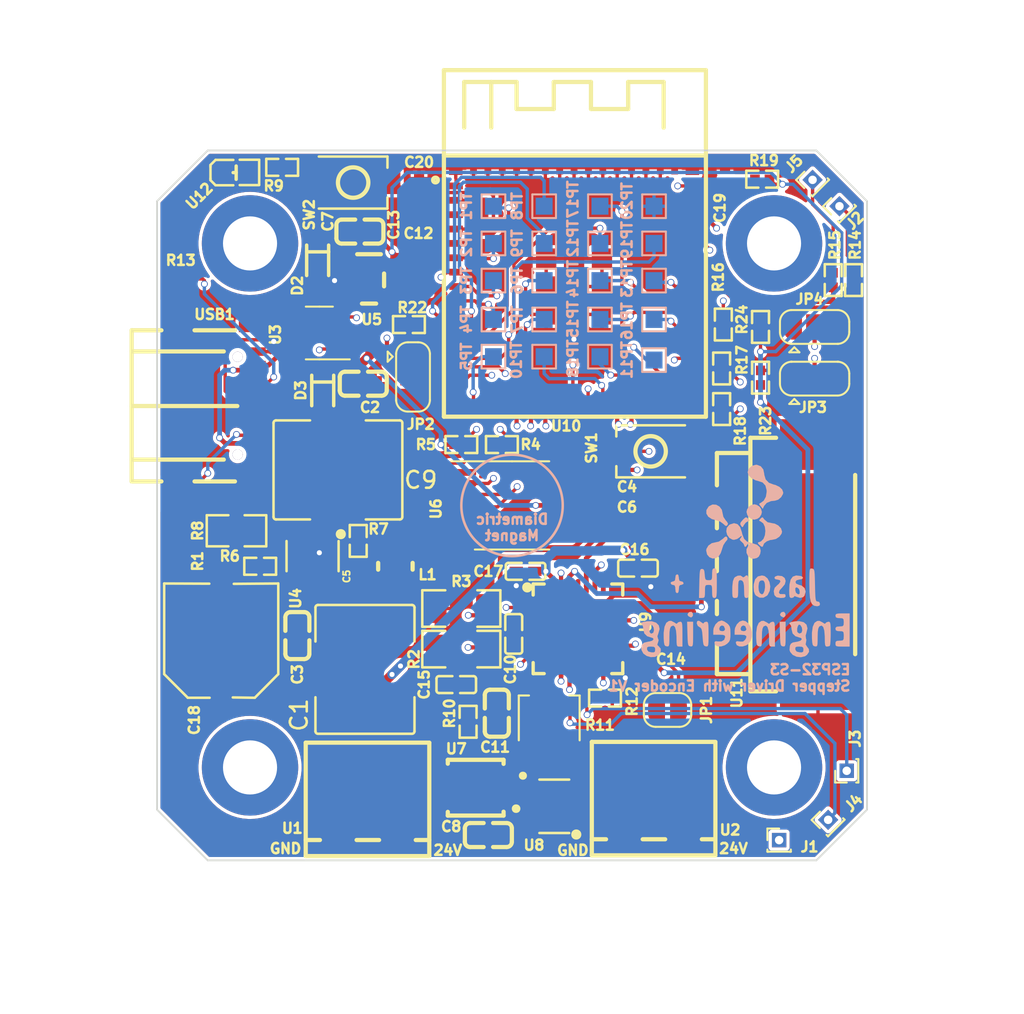
<source format=kicad_pcb>
(kicad_pcb (version 20211014) (generator pcbnew)
  (layers (0 "F.Cu" power) (1 "In1.Cu" signal) (2 "In2.Cu" signal) (31 "B.Cu" power) (34 "B.Paste" user) (35 "F.Paste" user) (36 "B.SilkS" user "B.Silkscreen") (37 "F.SilkS" user "F.Silkscreen") (38 "B.Mask" user) (39 "F.Mask" user) (44 "Edge.Cuts" user))
  (net 0 "")
  (net 1 "GND")
  (net 2 "/24V")
  (net 3 "Net-(C4-Pad2)")
  (net 4 "/BST")
  (net 5 "/3V3")
  (net 6 "/SW")
  (net 7 "/5V")
  (net 8 "/24V_raw")
  (net 9 "/CP1")
  (net 10 "/CP0")
  (net 11 "/TMC_5V")
  (net 12 "/ESP32_EN")
  (net 13 "/VCP")
  (net 14 "/GPIO0")
  (net 15 "Net-(R9-Pad2)")
  (net 16 "Net-(J1-Pad1)")
  (net 17 "/INDEX")
  (net 18 "/DIAG")
  (net 19 "Net-(JP1-Pad1)")
  (net 20 "/5V_USB")
  (net 21 "/VREF")
  (net 22 "Net-(JP2-Pad1)")
  (net 23 "/GPIO3")
  (net 24 "Net-(JP3-Pad1)")
  (net 25 "/GPIO45")
  (net 26 "Net-(JP4-Pad1)")
  (net 27 "/GPIO46")
  (net 28 "Net-(R1-Pad1)")
  (net 29 "/USB_D_P")
  (net 30 "/USB_D_N")
  (net 31 "/UART0_TX")
  (net 32 "/UART0_RX")
  (net 33 "/MISO")
  (net 34 "Net-(R4-Pad1)")
  (net 35 "/CS")
  (net 36 "/EN")
  (net 37 "/FB")
  (net 38 "/M11")
  (net 39 "/M12")
  (net 40 "/M13")
  (net 41 "/M14")
  (net 42 "/TMC_CLK")
  (net 43 "/BRB")
  (net 44 "Net-(R10-Pad2)")
  (net 45 "/BRA")
  (net 46 "Net-(R16-Pad1)")
  (net 47 "/SCLK")
  (net 48 "Net-(R17-Pad1)")
  (net 49 "/MOSI")
  (net 50 "/MCU_USB_D_P")
  (net 51 "/MCU_USB_D_N")
  (net 52 "Net-(R18-Pad1)")
  (net 53 "/RXD0")
  (net 54 "/DIR")
  (net 55 "/STP")
  (net 56 "/TXD0")
  (net 57 "/GPIO1")
  (net 58 "/GPIO2")
  (net 59 "/GPIO4")
  (net 60 "/GPIO5")
  (net 61 "/GPIO12")
  (net 62 "/GPIO13")
  (net 63 "/GPIO14")
  (net 64 "/GPIO6")
  (net 65 "/GPIO7")
  (net 66 "/GPIO21")
  (net 67 "/GPIO48")
  (net 68 "/GPIO8")
  (net 69 "/GPIO42")
  (net 70 "/GPIO41")
  (net 71 "/GPIO40")
  (net 72 "/GPIO39")
  (net 73 "/GPIO34")
  (net 74 "/GPIO33")
  (net 75 "/GPIO9")
  (net 82 "Net-(U7-Pad4)")
  (net 83 "/TXD1")
  (net 84 "/MS2")
  (net 85 "/MS1")
  (net 86 "/Spread")
  (net 87 "/TMC_EN")
  (net 88 "/GPIO18")
  (net 89 "Net-(R13-Pad1)")
  (net 93 "/5V_reg")
  (footprint "100nf_cap_GCM155R71C104KA55J:CAPC1005X55N" (layer "F.Cu") (at 126.6 87.7 180)
    (fp_text reference "C13")
    (fp_text value "GCM155R71C104KA55J")
  )
  (footprint "MLCC_Yageo_50V_100nF_X7R_±10%_0603_C14663:MLCC_Yageo_50V_100nF_X7R_±10%_0603_C14663" (layer "F.Cu") (at 119.6 112.6 -90)
    (fp_text reference "C3")
    (fp_text value "CC0603KRX7R9BB104")
  )
  (footprint "TDK cap_100nF_35V_C0402_C343047:C0402_L1.0-W0.5-H0.5" (layer "F.Cu") (at 139.75 108.61)
    (fp_text reference "C16")
    (fp_text value "CGA2B3X7R1V104KT0Y0F")
  )
  (footprint "Resistor_62.5mW_50V_±1%_10kΩ_0402_C60490:Resistor_62.5mW_50V_±1%_10kΩ_0402_C60490" (layer "F.Cu") (at 137.8 116.3)
    (fp_text reference "R12")
    (fp_text value "RC0402FR-0710KL")
  )
  (footprint "100nf_cap_GCM155R71C104KA55J:CAPC1005X55N" (layer "F.Cu") (at 123.4 109.4 90)
    (fp_text reference "C5")
    (fp_text value "GCM155R71C104KA55J")
  )
  (footprint "MLCC_16V_1uF_X7R_±10%_0603_C106248:MLCC_16V_1uF_X7R_±10%_0603_C106248" (layer "F.Cu") (at 123.3 88.7 180)
    (fp_text reference "C7")
    (fp_text value "CC0603KRX7R7BB105")
  )
  (footprint "5.1kR_RC0402FR-075K1L:RESC1005X40N" (layer "F.Cu") (at 112.6 107.8 -90)
    (fp_text reference "R1")
    (fp_text value "RC0402FR-075K1L")
  )
  (footprint "100nf_cap_GCM155R71C104KA55J:CAPC1005X55N" (layer "F.Cu") (at 140.1 114.2 -90)
    (fp_text reference "C14")
    (fp_text value "GCM155R71C104KA55J")
  )
  (footprint "MountingHole:MountingHole_3.2mm_M3_ISO7380_Pad" (layer "F.Cu") (at 147.8 89.4)
    (fp_text reference "REF**" hide)
    (fp_text value "MountingHole_3.2mm_M3_ISO7380_Pad")
  )
  (footprint "Resistor_62.5mW_50V_±1%_10kΩ_0402_C60490:Resistor_62.5mW_50V_±1%_10kΩ_0402_C60490" (layer "F.Cu") (at 129.3 101.3)
    (fp_text reference "R5")
    (fp_text value "RC0402FR-0710KL")
  )
  (footprint "MLCC_Murata_16V_4pt7uF_X7R_±10%_0603_C389010:C0603" (layer "F.Cu") (at 131.4 117.1925 -90)
    (fp_text reference "C11")
    (fp_text value "GRM188Z71C475KE21D")
  )
  (footprint "Resistor_62.5mW_50V_±1%_10kΩ_0402_C60490:Resistor_62.5mW_50V_±1%_10kΩ_0402_C60490" (layer "F.Cu") (at 129.7 117.7 -90)
    (fp_text reference "R10")
    (fp_text value "RC0402FR-0710KL")
  )
  (footprint "WECO_1x2P_13.5A_Screw_Terminal_C19273347:WECO_1x2P_13.5A_Screw_Terminal_C19273347" (layer "F.Cu") (at 123.775 122.145)
    (fp_text reference "U1")
    (fp_text value "930-D-SMD-DS_02")
  )
  (footprint "100nf_cap_GCM155R71C104KA55J:CAPC1005X55N" (layer "F.Cu") (at 137.4 104.8)
    (fp_text reference "C6")
    (fp_text value "GCM155R71C104KA55J")
  )
  (footprint "10uF_cap_GRM21BR61E106KA73L:CAPC2012X140N" (layer "F.Cu") (at 126.8 91 -90)
    (fp_text reference "C12")
    (fp_text value "GRM21BR61E106KA73L")
  )
  (footprint "MountingHole:MountingHole_3.2mm_M3_ISO7380_Pad" (layer "F.Cu") (at 147.8 120.4)
    (fp_text reference "REF**" hide)
    (fp_text value "MountingHole_3.2mm_M3_ISO7380_Pad")
  )
  (footprint "Jumper:SolderJumper-2_P1.3mm_Open_RoundedPad1.0x1.5mm" (layer "F.Cu") (at 141.5 117)
    (fp_text reference "JP1")
    (fp_text value "SolderJumper_2_Open")
  )
  (footprint "ESP32-S3-MINI-1-N8_C2913206:BULETM-SMD_ESP32-S3-MINI-1-N8" (layer "F.Cu") (at 135.97 91.95)
    (fp_text reference "U10")
    (fp_text value "ESP32-S3-MINI-1-N8")
  )
  (footprint "Cap_MLCC_50V_22uF_X7R_2220_C784103:Cap_MLCC_50V_22uF_X7R_2220_C784103" (layer "F.Cu") (at 122 102.8 180)
    (fp_text reference "C9")
    (fp_text value "FS55X226K500EHG")
  )
  (footprint "Resistor_62.5mW_50V_±1%_10kΩ_0402_C60490:Resistor_62.5mW_50V_±1%_10kΩ_0402_C60490" (layer "F.Cu") (at 126.2 94.2)
    (fp_text reference "R22")
    (fp_text value "RC0402FR-0710KL")
  )
  (footprint "Resistor_470Ω_62p5W_0402_C25117:Resistor_470Ω_62p5W_0402_C25117" (layer "F.Cu") (at 118.7 84.9 180)
    (fp_text reference "R9")
    (fp_text value "0402WGF4700TCE")
  )
  (footprint "Resistor_110mΩ_500mW_1206_C859923:Resistor_110mΩ_500mW_1206_C859923" (layer "F.Cu") (at 129.3 113.4 180)
    (fp_text reference "R2")
    (fp_text value "RL1206FR-7W0R11L")
  )
  (footprint "MLCC_16V_1uF_X7R_±10%_0603_C106248:MLCC_16V_1uF_X7R_±10%_0603_C106248" (layer "F.Cu") (at 123.5 97.7)
    (fp_text reference "C2")
    (fp_text value "CC0603KRX7R7BB105")
  )
  (footprint "Resistor_470Ω_62p5W_0402_C25117:Resistor_470Ω_62p5W_0402_C25117" (layer "F.Cu") (at 152.5 91.57 90)
    (fp_text reference "R14")
    (fp_text value "0402WGF4700TCE")
  )
  (footprint "MountingHole:MountingHole_3.2mm_M3_ISO7380_Pad" (layer "F.Cu") (at 116.8 120.4)
    (fp_text reference "REF**" hide)
    (fp_text value "MountingHole_3.2mm_M3_ISO7380_Pad")
  )
  (footprint "diode_BAT20JFILM:SOD-323" (layer "F.Cu") (at 120.8 90.4 -90)
    (property "VALUE" "BAT20JFILM")
    (fp_text reference "D2")
    (fp_text value "BAT20JFILM")
  )
  (footprint "Capacitor_100uF_35V_75mA@120Hz_±20%_D6pt3xL5pt4mm_C3151830:Capacitor_100uF_35V_75mA@120Hz_±20%_D6pt3xL5pt4mm_C3151830" (layer "F.Cu") (at 115.1 112.9 90)
    (fp_text reference "C18")
    (fp_text value "RVT1V101M0605")
  )
  (footprint "Resistor_ 100kΩ_62.5mW_50V_0402_C60491:Resistor_ 100kΩ_62.5mW_50V_0402_C60491" (layer "F.Cu") (at 123.2 107 90)
    (fp_text reference "R7")
    (fp_text value "RC0402FR-07100KL")
  )
  (footprint "Jumper:SolderJumper-3_P1.3mm_Open_RoundedPad1.0x1.5mm" (layer "F.Cu") (at 150.2 94.3425)
    (fp_text reference "JP4")
    (fp_text value "SolderJumper_3_Open")
  )
  (footprint "Resistor_62.5mW_50V_±1%_10kΩ_0402_C60490:Resistor_62.5mW_50V_±1%_10kΩ_0402_C60490" (layer "F.Cu") (at 147.1 85.6 180)
    (fp_text reference "R19")
    (fp_text value "RC0402FR-0710KL")
  )
  (footprint "50mA_12V_1.6N__Tactile_Switches_C720477:50mA_12V_1.6N__Tactile_Switches_C720477" (layer "F.Cu") (at 122.9 85.8 180)
    (fp_text reference "SW2")
    (fp_text value "TS-1088-AR02016")
  )
  (footprint "Jumper:SolderJumper-3_P1.3mm_Open_RoundedPad1.0x1.5mm" (layer "F.Cu") (at 126.4425 97.3 -90)
    (fp_text reference "JP2")
    (fp_text value "SolderJumper_3_Open")
  )
  (footprint "Blue_LED_5mA_456nm~476nm_130°_2.6V~3V_0603_C7371904:Blue_LED_5mA_456nm~476nm_130°_2.6V~3V_0603_C7371904" (layer "F.Cu") (at 115.9 85.2)
    (fp_text reference "U12")
    (fp_text value "XL-1608UBC-06A")
  )
  (footprint "JST_4p_S4B-XH-SM4-TB(LF)(SN)_C161861:CONN-SMD_S4B-XH-SM4-TB-LF-SN" (layer "F.Cu") (at 146.9 108.4 90)
    (fp_text reference "U11")
    (fp_text value "S4B-XH-SM4-TB-(LF)(SN)")
  )
  (footprint "MLCC_Yageo_50V_100nF_X7R_±10%_0603_C14663:MLCC_Yageo_50V_100nF_X7R_±10%_0603_C14663" (layer "F.Cu") (at 130.9 124.4 180)
    (fp_text reference "C8")
    (fp_text value "CC0603KRX7R9BB104")
  )
  (footprint "Connector_PinHeader_1.00mm:PinHeader_1x01_P1.00mm_Vertical" (layer "F.Cu") (at 152.1 120.6 90)
    (fp_text reference "J3")
    (fp_text value "Conn_01x01_Female")
  )
  (footprint "LDO_1A_Fixed_3.3V_out_5.5V_in_SOT-23-5_C485517:LDO_1A_Fixed_3.3V_out_5.5V_in_SOT-23-5_C485517" (layer "F.Cu") (at 123.84 91.56 -90)
    (fp_text reference "U5")
    (fp_text value "TLV75733PDBVR")
  )
  (footprint "Connector_PinHeader_1.00mm:PinHeader_1x01_P1.00mm_Vertical" (layer "F.Cu") (at 151 123.5 45)
    (fp_text reference "J4")
    (fp_text value "Conn_01x01_Female")
  )
  (footprint "Resistor_62.5mW_50V_±1%_33Ω_0402_C138002:Resistor_62.5mW_50V_±1%_33Ω_0402_C138002" (layer "F.Cu") (at 131.7 101.3)
    (fp_text reference "R4")
    (fp_text value "RC0402FR-0733RL")
  )
  (footprint "5.1kR_RC0402FR-075K1L:RESC1005X40N" (layer "F.Cu") (at 112.8 91.5 180)
    (fp_text reference "R13")
    (fp_text value "RC0402FR-075K1L")
  )
  (footprint "TDK cap_100nF_35V_C0402_C343047:C0402_L1.0-W0.5-H0.5" (layer "F.Cu") (at 133.1 108.8 180)
    (fp_text reference "C17")
    (fp_text value "CGA2B3X7R1V104KT0Y0F")
  )
  (footprint "Resistor_ 100kΩ_62.5mW_50V_0402_C60491:Resistor_ 100kΩ_62.5mW_50V_0402_C60491" (layer "F.Cu") (at 117.4 108.5)
    (fp_text reference "R6")
    (fp_text value "RC0402FR-07100KL")
  )
  (footprint "100nf_cap_GCM155R71C104KA55J:CAPC1005X55N" (layer "F.Cu") (at 126.8 86 90)
    (fp_text reference "C20")
    (fp_text value "GCM155R71C104KA55J")
  )
  (footprint "60V_20A_28mΩ_2.5V_1-N-channel_PDFN-8(3x3)_MOSFETs_C7543835:60V_20A_28mΩ_2.5V_1-N-channel_PDFN-8(3x3)_MOSFETs_C7543835" (layer "F.Cu") (at 130.6 121.6 90)
    (fp_text reference "U7")
    (fp_text value "20N06D")
  )
  (footprint "Resistor_62.5mW_50V_±1%_10kΩ_0402_C60490:Resistor_62.5mW_50V_±1%_10kΩ_0402_C60490" (layer "F.Cu") (at 147 94.3425 90)
    (fp_text reference "R24")
    (fp_text value "RC0402FR-0710KL")
  )
  (footprint "USB 3.1_C_3A_Surface_Mount_16P_C5187472:USB 3.1_C_3A_Surface_Mount_16P_C5187472" (layer "F.Cu") (at 114.8475 99 -90)
    (fp_text reference "USB1")
    (fp_text value "TYPE-C16PQTWT")
  )
  (footprint "Connector_PinHeader_1.00mm:PinHeader_1x01_P1.00mm_Vertical" (layer "F.Cu") (at 148.1 124.7)
    (fp_text reference "J1")
    (fp_text value "Conn_01x01_Female")
  )
  (footprint "WECO_1x2P_13.5A_Screw_Terminal_C19273347:WECO_1x2P_13.5A_Screw_Terminal_C19273347" (layer "F.Cu") (at 140.7 122.1)
    (fp_text reference "U2")
    (fp_text value "930-D-SMD-DS_02")
  )
  (footprint "Resistor_62.5mW_50V_±1%_33Ω_0402_C138002:Resistor_62.5mW_50V_±1%_33Ω_0402_C138002" (layer "F.Cu") (at 144.8 94.2 90)
    (fp_text reference "R16")
    (fp_text value "RC0402FR-0733RL")
  )
  (footprint "diode_BAT20JFILM:SOD-323" (layer "F.Cu") (at 121.1 98.1 -90)
    (property "VALUE" "BAT20JFILM")
    (fp_text reference "D3")
    (fp_text value "BAT20JFILM")
  )
  (footprint "Connector_PinHeader_1.00mm:PinHeader_1x01_P1.00mm_Vertical" (layer "F.Cu") (at 151.67 87.2 45)
    (fp_text reference "J2")
    (fp_text value "Conn_01x01_Female")
  )
  (footprint "10uF_cap_GRM155R60J106ME15D:CAPC1005X65N" (layer "F.Cu") (at 137.4 103.4 180)
    (fp_text reference "C4")
    (fp_text value "GRM155R60J106ME15D")
  )
  (footprint "Connector_PinHeader_1.00mm:PinHeader_1x01_P1.00mm_Vertical" (layer "F.Cu") (at 150.08 85.64 45)
    (fp_text reference "J5")
    (fp_text value "Conn_01x01_Female")
  )
  (footprint "Package_SO:TSSOP-14_4.4x5mm_P0.65mm" (layer "F.Cu") (at 132.3 104.9)
    (fp_text reference "U6")
    (fp_text value "AS5048A")
  )
  (footprint "Inductor_10uH_1pt6A_2x2pt5mm_C5832376:Inductor_10uH_1pt6A_2x2pt5mm_C5832376" (layer "F.Cu") (at 125.4 108.5 -90)
    (fp_text reference "L1")
    (fp_text value "FTC252012S100MBCA")
  )
  (footprint "TRINAMIC_TMC2209-LA-T_C2150710:TRINAMIC_TMC2209-LA-T_C2150710" (layer "F.Cu") (at 136.2 112.2 -90)
    (fp_text reference "U9")
    (fp_text value "TMC2209-LA-T")
  )
  (footprint "Cap_MLCC_50V_22uF_X7R_2220_C784103:Cap_MLCC_50V_22uF_X7R_2220_C784103" (layer "F.Cu") (at 123.6 114.6 90)
    (fp_text reference "C1")
    (fp_text value "FS55X226K500EHG")
  )
  (footprint "Resistor_470Ω_62p5W_0402_C25117:Resistor_470Ω_62p5W_0402_C25117" (layer "F.Cu") (at 151.3 91.57 90)
    (fp_text reference "R15")
    (fp_text value "0402WGF4700TCE")
  )
  (footprint "50mA_12V_1.6N__Tactile_Switches_C720477:50mA_12V_1.6N__Tactile_Switches_C720477" (layer "F.Cu") (at 140.5 101.7)
    (fp_text reference "SW1")
    (fp_text value "TS-1088-AR02016")
  )
  (footprint "TDK cap_100nF_35V_C0402_C343047:C0402_L1.0-W0.5-H0.5" (layer "F.Cu") (at 129 115.5)
    (fp_text reference "C15")
    (fp_text value "CGA2B3X7R1V104KT0Y0F")
  )
  (footprint "Resistor_62.5mW_50V_±1%_10kΩ_0402_C60490:Resistor_62.5mW_50V_±1%_10kΩ_0402_C60490" (layer "F.Cu") (at 147 97.3425 90)
    (fp_text reference "R23")
    (fp_text value "RC0402FR-0710KL")
  )
  (footprint "100nf_cap_GCM155R71C104KA55J:CAPC1005X55N" (layer "F.Cu") (at 144.9 85.368 90)
    (fp_text reference "C19")
    (fp_text value "GCM155R71C104KA55J")
  )
  (footprint "Jumper:SolderJumper-3_P1.3mm_Open_RoundedPad1.0x1.5mm" (layer "F.Cu") (at 150.2 97.4)
    (fp_text reference "JP3")
    (fp_text value "SolderJumper_3_Open")
  )
  (footprint "Step-down_800mA_4.5V_to_40V_SOT-23-6_C2844924:SOT-23-6_L2.9-W1.6-P0.95-LS2.8-BL" (layer "F.Cu") (at 120.5 107.9 180)
    (fp_text reference "U4")
    (fp_text value "TP6841S6-A")
  )
  (footprint "Resistor_62.5mW_50V_±1%_33Ω_0402_C138002:Resistor_62.5mW_50V_±1%_33Ω_0402_C138002" (layer "F.Cu") (at 144.7 96.8 -90)
    (fp_text reference "R17")
    (fp_text value "RC0402FR-0733RL")
  )
  (footprint "Resistor_110mΩ_500mW_1206_C859923:Resistor_110mΩ_500mW_1206_C859923" (layer "F.Cu") (at 129.3 111 180)
    (fp_text reference "R3")
    (fp_text value "RL1206FR-7W0R11L")
  )
  (footprint "Package_TO_SOT_SMD:SOT-23-6" (layer "F.Cu") (at 120.9 94.7 180)
    (fp_text reference "U3")
    (fp_text value "USBLC6-2SC6")
  )
  (footprint "Resistor_62.5mW_50V_±1%_33Ω_0402_C138002:Resistor_62.5mW_50V_±1%_33Ω_0402_C138002" (layer "F.Cu") (at 144.7 99.2 -90)
    (fp_text reference "R18")
    (fp_text value "RC0402FR-0733RL")
  )
  (footprint "10k_pot_TC33X-2-103E:TRIM_TC33X-2-103E" (layer "F.Cu") (at 134.5 117.944665 90)
    (fp_text reference "R11")
    (fp_text value "TC33X-2-103E")
  )
  (footprint "MOSFET_3V~32V_TSOP-6_Gate_Drivers_C5206748:TSOP-6_L3.0-W1.5-P0.95-BL" (layer "F.Cu") (at 134.8 122.7 90)
    (fp_text reference "U8")
    (fp_text value "NCV68061SNAIT1G")
  )
  (footprint "MountingHole:MountingHole_3.2mm_M3_ISO7380_Pad" (layer "F.Cu") (at 116.8 89.4)
    (fp_text reference "REF**" hide)
    (fp_text value "MountingHole_3.2mm_M3_ISO7380_Pad")
  )
  (footprint "MLCC_Murata_50V_22nF_X7R_±10%_0402_C77023:MLCC_Murata_50V_22nF_X7R_±10%_0402_C77023" (layer "F.Cu") (at 132.4 112.5 -90)
    (fp_text reference "C10")
    (fp_text value "GRM155R71H223KA12D")
  )
  (footprint "Resistor_19kΩ_0.125W_150V_0805_C2930177:Resistor_19kΩ_0.125W_150V_0805_C2930177" (layer "F.Cu") (at 116 106.4 180)
    (fp_text reference "R8")
    (fp_text value "FRC0805F1902TS")
  )
  (footprint "TestPoint:TestPoint_Pad_1.0x1.0mm" (layer "B.Cu") (at 131.2 89.4 -90)
    (fp_text reference "TP2")
    (fp_text value "TestPoint")
  )
  (footprint "TestPoint:TestPoint_Pad_1.0x1.0mm" (layer "B.Cu") (at 134.2 96.1 -90)
    (fp_text reference "TP10")
    (fp_text value "TestPoint")
  )
  (footprint "TestPoint:TestPoint_Pad_1.0x1.0mm" (layer "B.Cu") (at 131.2 93.9 -90)
    (fp_text reference "TP4")
    (fp_text value "TestPoint")
  )
  (footprint "TestPoint:TestPoint_Pad_1.0x1.0mm" (layer "B.Cu") (at 134.2 89.4 -90)
    (fp_text reference "TP9")
    (fp_text value "TestPoint")
  )
  (footprint "my_logo:my_logo_14mm" (layer "B.Cu") (at 146.1 108.2 180)
    (fp_text reference "G***" hide)
    (fp_text value "LOGO" hide)
  )
  (footprint "TestPoint:TestPoint_Pad_1.0x1.0mm" (layer "B.Cu") (at 131.2 87.2 -90)
    (fp_text reference "TP1")
    (fp_text value "TestPoint")
  )
  (footprint "TestPoint:TestPoint_Pad_1.0x1.0mm" (layer "B.Cu") (at 131.2 96.1 -90)
    (fp_text reference "TP5")
    (fp_text value "TestPoint")
  )
  (footprint "TestPoint:TestPoint_Pad_1.0x1.0mm" (layer "B.Cu") (at 137.5 89.4 -90)
    (fp_text reference "TP12")
    (fp_text value "TestPoint")
  )
  (footprint "TestPoint:TestPoint_Pad_1.0x1.0mm" (layer "B.Cu") (at 140.7 91.6 -90)
    (fp_text reference "TP13")
    (fp_text value "TestPoint")
  )
  (footprint "TestPoint:TestPoint_Pad_1.0x1.0mm" (layer "B.Cu") (at 140.7 93.9 -90)
    (fp_text reference "TP16")
    (fp_text value "TestPoint")
  )
  (footprint "TestPoint:TestPoint_Pad_1.0x1.0mm" (layer "B.Cu") (at 137.5 91.6 -90)
    (fp_text reference "TP14")
    (fp_text value "TestPoint")
  )
  (footprint "TestPoint:TestPoint_Pad_1.0x1.0mm" (layer "B.Cu") (at 137.5 87.2 -90)
    (fp_text reference "TP17")
    (fp_text value "TestPoint")
  )
  (footprint "TestPoint:TestPoint_Pad_1.0x1.0mm" (layer "B.Cu") (at 137.5 96.1 -90)
    (fp_text reference "TP18")
    (fp_text value "TestPoint")
  )
  (footprint "TestPoint:TestPoint_Pad_1.0x1.0mm" (layer "B.Cu") (at 137.5 93.9 -90)
    (fp_text reference "TP15")
    (fp_text value "TestPoint")
  )
  (footprint "TestPoint:TestPoint_Pad_1.0x1.0mm" (layer "B.Cu") (at 134.2 91.6 -90)
    (fp_text reference "TP6")
    (fp_text value "TestPoint")
  )
  (footprint "TestPoint:TestPoint_Pad_1.0x1.0mm" (layer "B.Cu") (at 134.2 87.2 -90)
    (fp_text reference "TP8")
    (fp_text value "TestPoint")
  )
  (footprint "TestPoint:TestPoint_Pad_1.0x1.0mm" (layer "B.Cu") (at 140.7 89.4 -90)
    (fp_text reference "TP19")
    (fp_text value "TestPoint")
  )
  (footprint "TestPoint:TestPoint_Pad_1.0x1.0mm" (layer "B.Cu") (at 140.7 87.2 -90)
    (fp_text reference "TP20")
    (fp_text value "TestPoint")
  )
  (footprint "TestPoint:TestPoint_Pad_1.0x1.0mm" (layer "B.Cu") (at 140.7 96.3 -90)
    (fp_text reference "TP11")
    (fp_text value "TestPoint")
  )
  (footprint "TestPoint:TestPoint_Pad_1.0x1.0mm" (layer "B.Cu") (at 131.2 91.6 -90)
    (fp_text reference "TP3")
    (fp_text value "TestPoint")
  )
  (footprint "TestPoint:TestPoint_Pad_1.0x1.0mm" (layer "B.Cu") (at 134.2 93.9 -90)
    (fp_text reference "TP7")
    (fp_text value "TestPoint")
  )
  (gr_circle locked (center 132.3 104.9) (end 135.3 104.9) (layer "B.SilkS") (width 0.15) (fill none))
  (gr_line (start 111.3 122.9) (end 114.3 125.9) (layer "Edge.Cuts") (width 0.1))
  (gr_line (start 114.3 83.9) (end 150.3 83.9) (layer "Edge.Cuts") (width 0.1))
  (gr_line (start 111.3 86.9) (end 114.3 83.9) (layer "Edge.Cuts") (width 0.1))
  (gr_line (start 153.3 122.9) (end 153.3 86.9) (layer "Edge.Cuts") (width 0.1))
  (gr_line (start 150.3 125.9) (end 153.3 122.9) (layer "Edge.Cuts") (width 0.1))
  (gr_line (start 150.3 83.9) (end 153.3 86.9) (layer "Edge.Cuts") (width 0.1))
  (gr_line (start 114.3 125.9) (end 150.3 125.9) (layer "Edge.Cuts") (width 0.1))
  (gr_line (start 111.3 122.9) (end 111.3 86.9) (layer "Edge.Cuts") (width 0.1))
  (gr_text "Diametric\nMagnet" (at 132.3 106.2) (layer "B.SilkS") (effects (font (size 0.6 0.6)) (justify mirror)))
  (gr_text "ESP32-S3 \nStepper Driver with Encoder V1" (at 152.4 115.1) (layer "B.SilkS") (effects (font (size 0.6 0.6)) (justify left mirror)))
  (gr_text "24V" (at 145.4 125.2) (layer "F.SilkS") (effects (font (size 0.6 0.6))))
  (gr_text "GND" (at 135.9 125.3) (layer "F.SilkS") (effects (font (size 0.6 0.6))))
  (gr_text "GND" (at 118.9 125.2) (layer "F.SilkS") (effects (font (size 0.6 0.6))))
  (gr_text "24V" (at 128.5 125.3) (layer "F.SilkS") (effects (font (size 0.6 0.6))))
  (segment (start 140.51 109.71) (end 140.5 109.72) (width 0.2) (layer "F.Cu") (net 1))
  (segment (start 135.97 93.6) (end 135.97 95.06) (width 0.2) (layer "F.Cu") (net 1))
  (segment (start 133.27 110.37) (end 134.37 110.37) (width 0.2) (layer "F.Cu") (net 1))
  (segment (start 132.55 108.8) (end 132.55 109.65) (width 0.2) (layer "F.Cu") (net 1))
  (segment (start 140.6 109.62) (end 140.51 109.71) (width 0.28) (layer "F.Cu") (net 1))
  (segment (start 122.74 91.56) (end 121.84 91.56) (width 0.56) (layer "F.Cu") (net 1))
  (segment (start 133.7 111.7) (end 135.7 111.7) (width 0.2) (layer "F.Cu") (net 1))
  (segment (start 135.97 95.06) (end 135.96 95.07) (width 0.2) (layer "F.Cu") (net 1))
  (segment (start 138.7 111.2) (end 137.2 111.2) (width 0.2) (layer "F.Cu") (net 1))
  (segment (start 140.1 114.632) (end 138.968 114.632) (width 0.25) (layer "F.Cu") (net 1))
  (segment (start 140.5 109.72) (end 140.49 109.72) (width 0.2) (layer "F.Cu") (net 1))
  (segment (start 120.5 106.75) (end 120.5 107.3) (width 0.2) (layer "F.Cu") (net 1))
  (segment (start 140.6 108.91) (end 140.6 109.62) (width 0.28) (layer "F.Cu") (net 1))
  (segment (start 134.37 110.37) (end 136.2 112.2) (width 0.2) (layer "F.Cu") (net 1))
  (segment (start 138.7 112.2) (end 136.2 112.2) (width 0.2) (layer "F.Cu") (net 1))
  (segment (start 138.632 114.632) (end 136.2 112.2) (width 0.25) (layer "F.Cu") (net 1))
  (segment (start 137.2 111.2) (end 136.2 112.2) (width 0.2) (layer "F.Cu") (net 1))
  (segment (start 117.1575 95.8) (end 117.9 95.8) (width 0.2) (layer "F.Cu") (net 1))
  (segment (start 138.23 116.3) (end 139 115.53) (width 0.2) (layer "F.Cu") (net 1))
  (segment (start 135.7 111.7) (end 136.2 112.2) (width 0.2) (layer "F.Cu") (net 1))
  (segment (start 132.55 109.65) (end 133.27 110.37) (width 0.2) (layer "F.Cu") (net 1))
  (segment (start 138.805 109.72) (end 136.325 112.2) (width 0.28) (layer "F.Cu") (net 1))
  (segment (start 136.325 112.2) (end 136.2 112.2) (width 0.2) (layer "F.Cu") (net 1))
  (segment (start 117.9 95.8) (end 118.2 95.5) (width 0.2) (layer "F.Cu") (net 1))
  (segment (start 138.968 114.632) (end 138.632 114.632) (width 0.25) (layer "F.Cu") (net 1))
  (segment (start 121.84 91.56) (end 121.8 91.6) (width 0.56) (layer "F.Cu") (net 1))
  (segment (start 118.2 95.5) (end 118.2 95.2) (width 0.2) (layer "F.Cu") (net 1))
  (segment (start 140.49 109.72) (end 138.805 109.72) (width 0.28) (layer "F.Cu") (net 1))
  (segment (start 120.5 107.3) (end 120.9 107.7) (width 0.2) (layer "F.Cu") (net 1))
  (segment (start 139 115.1) (end 139 114.664) (width 0.2) (layer "F.Cu") (net 1))
  (segment (start 139 114.664) (end 138.968 114.632) (width 0.2) (layer "F.Cu") (net 1))
  (segment (start 140.3 108.61) (end 140.6 108.91) (width 0.28) (layer "F.Cu") (net 1))
  (segment (start 139 115.53) (end 139 115.1) (width 0.2) (layer "F.Cu") (net 1))
  (via (at 139 115.1) (size 0.4) (drill 0.3) (layers "F.Cu" "B.Cu") (net 1))
  (via (at 135.96 95.07) (size 0.4) (drill 0.3) (layers "F.Cu" "B.Cu") (net 1))
  (via (at 132.55 109.65) (size 0.4) (drill 0.3) (layers "F.Cu" "B.Cu") (net 1))
  (via (at 121.8 91.6) (size 0.4) (drill 0.3) (layers "F.Cu" "B.Cu") (net 1))
  (via (at 120.9 107.7) (size 0.4) (drill 0.3) (layers "F.Cu" "B.Cu") (net 1))
  (via (at 118.2 95.2) (size 0.4) (drill 0.3) (layers "F.Cu" "B.Cu") (net 1))
  (via (at 140.51 109.71) (size 0.4) (drill 0.3) (layers "F.Cu" "B.Cu") (net 1))
  (segment (start 116.97 108.13) (end 116.97 108.5) (width 0.2) (layer "F.Cu") (net 2))
  (segment (start 116.57 112.97) (end 116.6 113) (width 0.2) (layer "F.Cu") (net 2))
  (segment (start 117.2 107.9) (end 116.97 108.13) (width 0.2) (layer "F.Cu") (net 2))
  (segment (start 129.57 120.13) (end 129.57 121.7) (width 0.2) (layer "F.Cu") (net 2))
  (segment (start 139.2 108.61) (end 138.35 108.61) (width 0.28) (layer "F.Cu") (net 2))
  (segment (start 128.45 116.55) (end 128.01 116.99) (width 0.56) (layer "F.Cu") (net 2))
  (segment (start 115.1 113.3) (end 115.4 113) (width 0.56) (layer "F.Cu") (net 2))
  (segment (start 128.5 117.7) (end 128.5 119.3) (width 0.56) (layer "F.Cu") (net 2))
  (segment (start 132.8 121.7) (end 132.8 120.6) (width 0.2) (layer "F.Cu") (net 2))
  (segment (start 137.7 109.26) (end 137.7 109.7) (width 0.28) (layer "F.Cu") (net 2))
  (segment (start 134.7 109.2) (end 134.3 108.8) (width 0.28) (layer "F.Cu") (net 2))
  (segment (start 117.27 115.57) (end 115.1 115.57) (width 0.56) (layer "F.Cu") (net 2))
  (segment (start 125.2 114.9) (end 125.7 114.4) (width 0.56) (layer "F.Cu") (net 2))
  (segment (start 120.9 117) (end 118.7 117) (width 0.56) (layer "F.Cu") (net 2))
  (segment (start 138.35 108.61) (end 137.7 109.26) (width 0.28) (layer "F.Cu") (net 2))
  (segment (start 128.45 115.5) (end 128.45 116.55) (width 0.56) (layer "F.Cu") (net 2))
  (segment (start 115.4 113) (end 116.6 113) (width 0.56) (layer "F.Cu") (net 2))
  (segment (start 115.1 115.57) (end 115.1 113.3) (width 0.56) (layer "F.Cu") (net 2))
  (segment (start 139.2 108.61) (end 139.2 107.91) (width 0.28) (layer "F.Cu") (net 2))
  (segment (start 118.7 117) (end 117.27 115.57) (width 0.56) (layer "F.Cu") (net 2))
  (segment (start 126.59 116.99) (end 124.5 116.99) (width 0.56) (layer "F.Cu") (net 2))
  (segment (start 134.3 108.8) (end 133.65 108.8) (width 0.28) (layer "F.Cu") (net 2))
  (segment (start 124.5 116.99) (end 124.5 115.6) (width 0.56) (layer "F.Cu") (net 2))
  (segment (start 133.65 121.75) (end 132.85 121.75) (width 0.2) (layer "F.Cu") (net 2))
  (segment (start 139.2 107.91) (end 138.85 107.56) (width 0.28) (layer "F.Cu") (net 2))
  (segment (start 132.85 121.75) (end 132.8 121.7) (width 0.2) (layer "F.Cu") (net 2))
  (segment (start 120.5 108.2) (end 120.5 109.05) (width 0.2) (layer "F.Cu") (net 2))
  (segment (start 120.5 110.8) (end 120.5 109.05) (width 0.56) (layer "F.Cu") (net 2))
  (segment (start 116.6 113) (end 118.3 113) (width 0.56) (layer "F.Cu") (net 2))
  (segment (start 128.5 119.3) (end 129.57 120.37) (width 0.56) (layer "F.Cu") (net 2))
  (segment (start 120.91 116.99) (end 120.9 117) (width 0.56) (layer "F.Cu") (net 2))
  (segment (start 118.3 113) (end 120.5 110.8) (width 0.56) (layer "F.Cu") (net 2))
  (segment (start 120.2 107.9) (end 120.5 108.2) (width 0.2) (layer "F.Cu") (net 2))
  (segment (start 127.79 116.99) (end 128.5 117.7) (width 0.56) (layer "F.Cu") (net 2))
  (segment (start 134.7 109.7) (end 134.7 109.2) (width 0.28) (layer "F.Cu") (net 2))
  (segment (start 132.8 120.6) (end 132 119.8) (width 0.2) (layer "F.Cu") (net 2))
  (segment (start 126.59 116.99) (end 127.79 116.99) (width 0.56) (layer "F.Cu") (net 2))
  (segment (start 132 119.8) (end 129.9 119.8) (width 0.2) (layer "F.Cu") (net 2))
  (segment (start 129.9 119.8) (end 129.57 120.13) (width 0.2) (layer "F.Cu") (net 2))
  (segment (start 124.5 116.99) (end 120.91 116.99) (width 0.56) (layer "F.Cu") (net 2))
  (segment (start 124.5 115.6) (end 125.2 114.9) (width 0.56) (layer "F.Cu") (net 2))
  (segment (start 129.57 120.37) (end 129.57 121.7) (width 0.56) (layer "F.Cu") (net 2))
  (segment (start 117.2 107.9) (end 120.2 107.9) (width 0.2) (layer "F.Cu") (net 2))
  (segment (start 128.01 116.99) (end 126.59 116.99) (width 0.56) (layer "F.Cu") (net 2))
  (via (at 134.3 108.8) (size 0.4) (drill 0.3) (layers "F.Cu" "B.Cu") (net 2))
  (via (at 125.7 114.4) (size 0.4) (drill 0.3) (layers "F.Cu" "B.Cu") (net 2))
  (via (at 138.85 107.56) (size 0.4) (drill 0.3) (layers "F.Cu" "B.Cu") (net 2))
  (via (at 125.2 114.9) (size 0.4) (drill 0.3) (layers "F.Cu" "B.Cu") (net 2))
  (segment (start 137.62 107.56) (end 137.59 107.59) (width 0.56) (layer "B.Cu") (net 2))
  (segment (start 134.3 108.1) (end 134.3 108.8) (width 0.56) (layer "B.Cu") (net 2))
  (segment (start 125.2 114.9) (end 125.7 114.4) (width 0.56) (layer "B.Cu") (net 2))
  (segment (start 134.3 108.1) (end 132 108.1) (width 0.56) (layer "B.Cu") (net 2))
  (segment (start 137.59 107.59) (end 134.81 107.59) (width 0.56) (layer "B.Cu") (net 2))
  (segment (start 132 108.1) (end 125.7 114.4) (width 0.56) (layer "B.Cu") (net 2))
  (segment (start 134.81 107.59) (end 134.3 108.1) (width 0.56) (layer "B.Cu") (net 2))
  (segment (start 138.85 107.56) (end 137.62 107.56) (width 0.56) (layer "B.Cu") (net 2))
  (segment (start 135.1625 104.25) (end 136.113 104.25) (width 0.25) (layer "F.Cu") (net 3))
  (segment (start 136.113 104.25) (end 136.963 103.4) (width 0.25) (layer "F.Cu") (net 3))
  (segment (start 121.45 107.55) (end 122.868 108.968) (width 0.2) (layer "F.Cu") (net 4))
  (segment (start 121.45 106.75) (end 121.45 107.55) (width 0.2) (layer "F.Cu") (net 4))
  (segment (start 122.868 108.968) (end 123.4 108.968) (width 0.2) (layer "F.Cu") (net 4))
  (segment (start 125.445 90.105) (end 124.94 90.61) (width 0.28) (layer "F.Cu") (net 5))
  (segment (start 120.5 87.5) (end 119.13 86.13) (width 0.2) (layer "F.Cu") (net 5))
  (segment (start 140.268 113.768) (end 141.3 114.8) (width 0.28) (layer "F.Cu") (net 5))
  (segment (start 128.99 87.7) (end 127.032 87.7) (width 0.28) (layer "F.Cu") (net 5))
  (segment (start 127.032 89.873) (end 126.8 90.105) (width 0.28) (layer "F.Cu") (net 5))
  (segment (start 125.2 89.9) (end 124 88.7) (width 0.28) (layer "F.Cu") (net 5))
  (segment (start 124 88.7) (end 122.8 87.5) (width 0.2) (layer "F.Cu") (net 5))
  (segment (start 140.032 113.7) (end 140.1 113.768) (width 0.28) (layer "F.Cu") (net 5))
  (segment (start 127.032 87.7) (end 127.032 89.873) (width 0.28) (layer "F.Cu") (net 5))
  (segment (start 126.8 90.105) (end 125.405 90.105) (width 0.28) (layer "F.Cu") (net 5))
  (segment (start 147 97.7725) (end 147 98.8) (width 0.25) (layer "F.Cu") (net 5))
  (segment (start 125.2 90.35) (end 124.94 90.61) (width 0.2) (layer "F.Cu") (net 5))
  (segment (start 140.1 113.768) (end 140.268 113.768) (width 0.28) (layer "F.Cu") (net 5))
  (segment (start 138.7 113.7) (end 140.032 113.7) (width 0.28) (layer "F.Cu") (net 5))
  (segment (start 125.2 89.9) (end 125.2 90.35) (width 0.2) (layer "F.Cu") (net 5))
  (segment (start 147 94.7725) (end 147 95.8) (width 0.2) (layer "F.Cu") (net 5))
  (segment (start 126.8 90.105) (end 125.445 90.105) (width 0.28) (layer "F.Cu") (net 5))
  (segment (start 122.8 87.5) (end 120.5 87.5) (width 0.2) (layer "F.Cu") (net 5))
  (segment (start 125.405 90.105) (end 125.2 89.9) (width 0.28) (layer "F.Cu") (net 5))
  (segment (start 119.13 86.13) (end 119.13 84.9) (width 0.2) (layer "F.Cu") (net 5))
  (segment (start 147.83 85.9) (end 147.53 85.6) (width 0.2) (layer "F.Cu") (net 5))
  (segment (start 148.3 85.9) (end 147.83 85.9) (width 0.2) (layer "F.Cu") (net 5))
  (segment (start 125.63 91.3) (end 124.94 90.61) (width 0.2) (layer "F.Cu") (net 5))
  (segment (start 125.63 94.16) (end 125.63 91.3) (width 0.2) (layer "F.Cu") (net 5))
  (via (at 147 98.8) (size 0.4) (drill 0.3) (layers "F.Cu" "B.Cu") (net 5))
  (via (at 147 95.8) (size 0.4) (drill 0.3) (layers "F.Cu" "B.Cu") (net 5))
  (via (at 141.3 114.8) (size 0.4) (drill 0.3) (layers "F.Cu" "B.Cu") (net 5))
  (via (at 125.2 89.9) (size 0.4) (drill 0.3) (layers "F.Cu" "B.Cu") (net 5))
  (via (at 148.3 85.9) (size 0.4) (drill 0.3) (layers "F.Cu" "B.Cu") (net 5))
  (segment (start 151.8 88.77) (end 148.93 85.9) (width 0.2) (layer "B.Cu") (net 5))
  (segment (start 151.8 91.9) (end 151.8 88.77) (width 0.2) (layer "B.Cu") (net 5))
  (segment (start 145.6 114.8) (end 149.8 110.6) (width 0.28) (layer "B.Cu") (net 5))
  (segment (start 149.8 110.6) (end 149.8 101.6) (width 0.28) (layer "B.Cu") (net 5))
  (segment (start 148.3 85.9) (end 147.6 85.2) (width 0.2) (layer "B.Cu") (net 5))
  (segment (start 149.8 101.6) (end 147 98.8) (width 0.28) (layer "B.Cu") (net 5))
  (segment (start 148.93 85.9) (end 148.3 85.9) (width 0.2) (layer "B.Cu") (net 5))
  (segment (start 147 98.8) (end 147 95.8) (width 0.28) (layer "B.Cu") (net 5))
  (segment (start 147.9 95.8) (end 151.8 91.9) (width 0.2) (layer "B.Cu") (net 5))
  (segment (start 141.3 114.8) (end 145.6 114.8) (width 0.28) (layer "B.Cu") (net 5))
  (segment (start 126.1 85.2) (end 125.2 86.1) (width 0.2) (layer "B.Cu") (net 5))
  (segment (start 125.2 86.1) (end 125.2 89.9) (width 0.2) (layer "B.Cu") (net 5))
  (segment (start 147 95.8) (end 147.9 95.8) (width 0.2) (layer "B.Cu") (net 5))
  (segment (start 147.6 85.2) (end 126.1 85.2) (width 0.2) (layer "B.Cu") (net 5))
  (segment (start 125.13 109.8) (end 122.1 109.8) (width 0.56) (layer "F.Cu") (net 6))
  (segment (start 125.4 109.53) (end 125.13 109.8) (width 0.56) (layer "F.Cu") (net 6))
  (segment (start 121.45 109.15) (end 121.45 109.05) (width 0.56) (layer "F.Cu") (net 6))
  (segment (start 122.1 109.8) (end 121.45 109.15) (width 0.56) (layer "F.Cu") (net 6))
  (segment (start 122.74 92.51) (end 123.89 92.51) (width 0.56) (layer "F.Cu") (net 7))
  (segment (start 123.7 96.2) (end 123.9 96) (width 0.56) (layer "F.Cu") (net 7))
  (segment (start 123.9 96) (end 122.8 97.1) (width 0.56) (layer "F.Cu") (net 7))
  (segment (start 136.868 104.9) (end 136.968 104.8) (width 0.28) (layer "F.Cu") (net 7))
  (segment (start 121.1 96.95) (end 121.1 97.5) (width 0.56) (layer "F.Cu") (net 7))
  (segment (start 122.74 90.61) (end 121.71 90.61) (width 0.56) (layer "F.Cu") (net 7))
  (segment (start 128.1 101.3) (end 128.87 101.3) (width 0.28) (layer "F.Cu") (net 7))
  (segment (start 135.1625 104.9) (end 133.7 104.9) (width 0.28) (layer "F.Cu") (net 7))
  (segment (start 123.11 92.51) (end 123.9 93.3) (width 0.56) (layer "F.Cu") (net 7))
  (segment (start 123.9 91) (end 123.51 90.61) (width 0.56) (layer "F.Cu") (net 7))
  (segment (start 122.74 92.51) (end 123.39 92.51) (width 0.56) (layer "F.Cu") (net 7))
  (segment (start 121.3 97.7) (end 122.8 97.7) (width 0.56) (layer "F.Cu") (net 7))
  (segment (start 123.9 96) (end 123.9 93.3) (width 0.56) (layer "F.Cu") (net 7))
  (segment (start 122.8 97.7) (end 122.8 97.1) (width 0.56) (layer "F.Cu") (net 7))
  (segment (start 135.1625 104.9) (end 136.868 104.9) (width 0.28) (layer "F.Cu") (net 7))
  (segment (start 120.9 89.8) (end 120.9 89.25) (width 0.56) (layer "F.Cu") (net 7))
  (segment (start 123.89 92.51) (end 123.9 92.5) (width 0.56) (layer "F.Cu") (net 7))
  (segment (start 123.9 92.5) (end 123.9 92) (width 0.56) (layer "F.Cu") (net 7))
  (segment (start 123.51 90.61) (end 122.74 90.61) (width 0.56) (layer "F.Cu") (net 7))
  (segment (start 123.9 92) (end 123.9 91) (width 0.56) (layer "F.Cu") (net 7))
  (segment (start 123.9 93.3) (end 123.9 92.5) (width 0.56) (layer "F.Cu") (net 7))
  (segment (start 123.39 92.51) (end 123.9 92) (width 0.56) (layer "F.Cu") (net 7))
  (segment (start 121.71 90.61) (end 120.9 89.8) (width 0.56) (layer "F.Cu") (net 7))
  (segment (start 121.1 97.5) (end 121.3 97.7) (width 0.56) (layer "F.Cu") (net 7))
  (segment (start 122.74 92.51) (end 123.11 92.51) (width 0.56) (layer "F.Cu") (net 7))
  (via (at 133.7 104.9) (size 0.4) (drill 0.3) (layers "F.Cu" "B.Cu") (net 7))
  (via (at 123.7 96.2) (size 0.4) (drill 0.3) (layers "F.Cu" "B.Cu") (net 7))
  (via (at 128.1 101.3) (size 0.4) (drill 0.3) (layers "F.Cu" "B.Cu") (net 7))
  (segment (start 123.7 96.2) (end 128.1 100.6) (width 0.28) (layer "B.Cu") (net 7))
  (segment (start 128.1 100.6) (end 128.1 101.3) (width 0.28) (layer "B.Cu") (net 7))
  (segment (start 131.7 104.9) (end 128.1 101.3) (width 0.28) (layer "B.Cu") (net 7))
  (segment (start 133.7 104.9) (end 131.7 104.9) (width 0.28) (layer "B.Cu") (net 7))
  (segment (start 142.45 124.95) (end 142.45 122.1) (width 0.56) (layer "F.Cu") (net 8))
  (segment (start 135.95 121.75) (end 135.21 121.75) (width 0.56) (layer "F.Cu") (net 8))
  (segment (start 131.63 125.07) (end 131.98 125.42) (width 0.56) (layer "F.Cu") (net 8))
  (segment (start 135.18 125.42) (end 134.78 125.02) (width 0.56) (layer "F.Cu") (net 8))
  (segment (start 137.58 125.42) (end 141.98 125.42) (width 0.56) (layer "F.Cu") (net 8))
  (segment (start 125.525 124.925) (end 126.02 125.42) (width 0.56) (layer "F.Cu") (net 8))
  (segment (start 133.65 123.65) (end 131.95 123.65) (width 0.56) (layer "F.Cu") (net 8))
  (segment (start 131.63 121.38) (end 131.63 125.01) (width 0.56) (layer "F.Cu") (net 8))
  (segment (start 125.525 122.145) (end 125.525 124.925) (width 0.56) (layer "F.Cu") (net 8))
  (segment (start 134.78 122.18) (end 134.78 125.02) (width 0.56) (layer "F.Cu") (net 8))
  (segment (start 135.42 125.42) (end 136.68 125.42) (width 0.56) (layer "F.Cu") (net 8))
  (segment (start 134.72 125.02) (end 134.32 125.42) (width 0.56) (layer "F.Cu") (net 8))
  (segment (start 133.65 123.65) (end 131.96 123.65) (width 0.56) (layer "F.Cu") (net 8))
  (segment (start 141.98 125.42) (end 142.45 124.95) (width 0.56) (layer "F.Cu") (net 8))
  (segment (start 134.32 125.42) (end 134.78 125.42) (width 0.56) (layer "F.Cu") (net 8))
  (segment (start 134.78 125.42) (end 135.42 125.42) (width 0.56) (layer "F.Cu") (net 8))
  (segment (start 131.63 125.01) (end 131.63 125.07) (width 0.56) (layer "F.Cu") (net 8))
  (segment (start 131.22 125.42) (end 131.98 125.42) (width 0.56) (layer "F.Cu") (net 8))
  (segment (start 136.68 125.42) (end 137.58 125.42) (width 0.56) (layer "F.Cu") (net 8))
  (segment (start 134.78 125.02) (end 134.78 125.42) (width 0.56) (layer "F.Cu") (net 8))
  (segment (start 126.02 125.42) (end 131.22 125.42) (width 0.56) (layer "F.Cu") (net 8))
  (segment (start 131.95 123.65) (end 131.63 123.97) (width 0.56) (layer "F.Cu") (net 8))
  (segment (start 135.21 121.75) (end 134.78 122.18) (width 0.56) (layer "F.Cu") (net 8))
  (segment (start 131.98 125.42) (end 134.32 125.42) (width 0.56) (layer "F.Cu") (net 8))
  (segment (start 134.78 125.02) (end 134.72 125.02) (width 0.56) (layer "F.Cu") (net 8))
  (segment (start 131.63 125.01) (end 131.22 125.42) (width 0.56) (layer "F.Cu") (net 8))
  (segment (start 135.42 125.42) (end 135.18 125.42) (width 0.56) (layer "F.Cu") (net 8))
  (segment (start 133.7 112.7) (end 132.75 112.7) (width 0.28) (layer "F.Cu") (net 9))
  (segment (start 132.75 112.7) (end 132.4 113.05) (width 0.28) (layer "F.Cu") (net 9))
  (segment (start 133.7 112.2) (end 132.65 112.2) (width 0.28) (layer "F.Cu") (net 10))
  (segment (start 132.65 112.2) (end 132.4 111.95) (width 0.28) (layer "F.Cu") (net 10))
  (segment (start 134.7 114.9) (end 134.2 115.4) (width 0.2) (layer "F.Cu") (net 11))
  (segment (start 134.7 114.7) (end 134.7 114.9) (width 0.2) (layer "F.Cu") (net 11))
  (segment (start 131.4 116.4925) (end 129.9075 116.4925) (width 0.2) (layer "F.Cu") (net 11))
  (segment (start 129.9075 116.4925) (end 129.7 116.7) (width 0.2) (layer "F.Cu") (net 11))
  (segment (start 134.2 115.4) (end 131.7 115.4) (width 0.2) (layer "F.Cu") (net 11))
  (segment (start 131.4 115.7) (end 131.4 116.4925) (width 0.2) (layer "F.Cu") (net 11))
  (segment (start 131.7 115.4) (end 131.4 115.7) (width 0.2) (layer "F.Cu") (net 11))
  (segment (start 129.7 116.7) (end 129.7 117.27) (width 0.2) (layer "F.Cu") (net 11))
  (segment (start 142.1 86) (end 142.95 86) (width 0.2) (layer "F.Cu") (net 12))
  (segment (start 145.1 85.6) (end 146.67 85.6) (width 0.2) (layer "F.Cu") (net 12))
  (segment (start 142.95 86) (end 144.7 86) (width 0.2) (layer "F.Cu") (net 12))
  (segment (start 138.32 101.7) (end 140.4 101.7) (width 0.2) (layer "F.Cu") (net 12))
  (segment (start 144.7 86) (end 145.1 85.6) (width 0.2) (layer "F.Cu") (net 12))
  (via (at 142.1 86) (size 0.4) (drill 0.3) (layers "F.Cu" "B.Cu") (net 12))
  (via (at 140.4 101.7) (size 0.4) (drill 0.3) (layers "F.Cu" "B.Cu") (net 12))
  (segment (start 133 113.2) (end 132.86 113.34) (width 0.2) (layer "F.Cu") (net 13))
  (segment (start 130.9 115.5) (end 129.55 115.5) (width 0.2) (layer "F.Cu") (net 13))
  (segment (start 132.86 113.34) (end 132.86 113.54) (width 0.2) (layer "F.Cu") (net 13))
  (segment (start 132.86 113.54) (end 130.9 115.5) (width 0.2) (layer "F.Cu") (net 13))
  (segment (start 133.7 113.2) (end 133 113.2) (width 0.2) (layer "F.Cu") (net 13))
  (segment (start 131.2 88.4) (end 131.2 86.6) (width 0.2) (layer "F.Cu") (net 14))
  (segment (start 125.4 85.8) (end 125.08 85.8) (width 0.2) (layer "F.Cu") (net 14))
  (segment (start 131.2 86.6) (end 130.99 86.39) (width 0.2) (layer "F.Cu") (net 14))
  (segment (start 125.99 86.39) (end 125.4 85.8) (width 0.2) (layer "F.Cu") (net 14))
  (segment (start 130.99 86.39) (end 125.99 86.39) (width 0.2) (layer "F.Cu") (net 14))
  (segment (start 131.05 88.55) (end 131.2 88.4) (width 0.2) (layer "F.Cu") (net 14))
  (segment (start 128.99 88.55) (end 131.05 88.55) (width 0.2) (layer "F.Cu") (net 14))
  (segment (start 116.862 85.2) (end 116.762 85.1) (width 0.2) (layer "F.Cu") (net 15))
  (segment (start 117.8 84.9) (end 117.5 85.2) (width 0.2) (layer "F.Cu") (net 15))
  (segment (start 117.5 85.2) (end 116.862 85.2) (width 0.2) (layer "F.Cu") (net 15))
  (segment (start 118.27 84.9) (end 117.8 84.9) (width 0.2) (layer "F.Cu") (net 15))
  (segment (start 136.4 102.8) (end 139.7 102.8) (width 0.25) (layer "F.Cu") (net 16))
  (segment (start 136.25 102.95) (end 136.4 102.8) (width 0.25) (layer "F.Cu") (net 16))
  (segment (start 135.1625 102.95) (end 136.25 102.95) (width 0.25) (layer "F.Cu") (net 16))
  (via (at 139.7 102.8) (size 0.4) (drill 0.3) (layers "F.Cu" "B.Cu") (net 16))
  (segment (start 136.73 114.73) (end 136.7 114.7) (width 0.2) (layer "F.Cu") (net 17))
  (segment (start 136.74 117.28) (end 136.73 117.27) (width 0.2) (layer "F.Cu") (net 17))
  (segment (start 136.73 117.27) (end 136.73 114.73) (width 0.2) (layer "F.Cu") (net 17))
  (via (at 136.74 117.28) (size 0.4) (drill 0.3) (layers "F.Cu" "B.Cu") (net 17))
  (segment (start 152.1 117.3) (end 152.1 120.6) (width 0.2) (layer "B.Cu") (net 17))
  (segment (start 137.1 116.92) (end 151.72 116.92) (width 0.2) (layer "B.Cu") (net 17))
  (segment (start 151.72 116.92) (end 152.1 117.3) (width 0.2) (layer "B.Cu") (net 17))
  (segment (start 136.74 117.28) (end 137.1 116.92) (width 0.2) (layer "B.Cu") (net 17))
  (segment (start 135.73 117.76) (end 135.73 116.83) (width 0.2) (layer "F.Cu") (net 18))
  (segment (start 135.73 116.83) (end 136.24 116.32) (width 0.2) (layer "F.Cu") (net 18))
  (segment (start 136.24 116.32) (end 136.24 114.74) (width 0.2) (layer "F.Cu") (net 18))
  (segment (start 136.24 114.74) (end 136.2 114.7) (width 0.2) (layer "F.Cu") (net 18))
  (via (at 135.73 117.76) (size 0.4) (drill 0.3) (layers "F.Cu" "B.Cu") (net 18))
  (segment (start 135.81 117.84) (end 138.13 117.84) (width 0.2) (layer "B.Cu") (net 18))
  (segment (start 138.76 117.21) (end 149.63 117.21) (width 0.2) (layer "B.Cu") (net 18))
  (segment (start 151.4 123.1) (end 151 123.5) (width 0.2) (layer "B.Cu") (net 18))
  (segment (start 135.73 117.76) (end 135.81 117.84) (width 0.2) (layer "B.Cu") (net 18))
  (segment (start 138.13 117.84) (end 138.76 117.21) (width 0.2) (layer "B.Cu") (net 18))
  (segment (start 149.63 117.21) (end 151.4 118.98) (width 0.2) (layer "B.Cu") (net 18))
  (segment (start 151.4 118.98) (end 151.4 123.1) (width 0.2) (layer "B.Cu") (net 18))
  (segment (start 140.85 117.54) (end 139.95 118.44) (width 0.2) (layer "F.Cu") (net 19))
  (segment (start 134.5 117.74) (end 134.5 116.494665) (width 0.2) (layer "F.Cu") (net 19))
  (segment (start 135.2 118.44) (end 134.5 117.74) (width 0.2) (layer "F.Cu") (net 19))
  (segment (start 139.95 118.44) (end 135.2 118.44) (width 0.2) (layer "F.Cu") (net 19))
  (segment (start 140.85 117) (end 140.85 117.54) (width 0.2) (layer "F.Cu") (net 19))
  (segment (start 115 100.9) (end 115.329999 101.229999) (width 0.28) (layer "F.Cu") (net 20))
  (segment (start 120.9 91.55) (end 120.8 91.65) (width 0.28) (layer "F.Cu") (net 20))
  (segment (start 116.987499 101.229999) (end 117.1575 101.4) (width 0.28) (layer "F.Cu") (net 20))
  (segment (start 116.427501 96.9) (end 116.727501 96.6) (width 0.28) (layer "F.Cu") (net 20))
  (segment (start 115.329999 101.229999) (end 116.987499 101.229999) (width 0.28) (layer "F.Cu") (net 20))
  (segment (start 118.71 95.79) (end 117.9 96.6) (width 0.28) (layer "F.Cu") (net 20))
  (segment (start 116.727501 96.6) (end 117.1575 96.6) (width 0.28) (layer "F.Cu") (net 20))
  (segment (start 120.6 94.7) (end 119.2 94.7) (width 0.28) (layer "F.Cu") (net 20))
  (segment (start 115.8 96.9) (end 116.427501 96.9) (width 0.28) (layer "F.Cu") (net 20))
  (segment (start 120.8 91.65) (end 120.8 94.5) (width 0.28) (layer "F.Cu") (net 20))
  (segment (start 117.9 96.6) (end 117.1575 96.6) (width 0.28) (layer "F.Cu") (net 20))
  (segment (start 119.2 94.7) (end 118.71 95.19) (width 0.28) (layer "F.Cu") (net 20))
  (segment (start 118.71 95.19) (end 118.71 95.79) (width 0.28) (layer "F.Cu") (net 20))
  (segment (start 120.8 94.5) (end 120.6 94.7) (width 0.28) (layer "F.Cu") (net 20))
  (via (at 115 100.9) (size 0.4) (drill 0.3) (layers "F.Cu" "B.Cu") (net 20))
  (via (at 115.8 96.9) (size 0.4) (drill 0.3) (layers "F.Cu" "B.Cu") (net 20))
  (segment (start 115.3 96.9) (end 115.8 96.9) (width 0.28) (layer "B.Cu") (net 20))
  (segment (start 115 97.2) (end 115.3 96.9) (width 0.28) (layer "B.Cu") (net 20))
  (segment (start 115 100.9) (end 115 97.2) (width 0.28) (layer "B.Cu") (net 20))
  (segment (start 138.7 112.7) (end 138.97669 112.7) (width 0.2) (layer "F.Cu") (net 21))
  (segment (start 139.8 112.5) (end 142.15 114.85) (width 0.2) (layer "F.Cu") (net 21))
  (segment (start 138.97669 112.7) (end 139.17669 112.5) (width 0.2) (layer "F.Cu") (net 21))
  (segment (start 142.15 114.85) (end 142.15 117) (width 0.2) (layer "F.Cu") (net 21))
  (segment (start 139.17669 112.5) (end 139.8 112.5) (width 0.2) (layer "F.Cu") (net 21))
  (segment (start 126.63 94.2) (end 126.63 96.07) (width 0.2) (layer "F.Cu") (net 22))
  (segment (start 126.63 96.07) (end 126.4 96.3) (width 0.2) (layer "F.Cu") (net 22))
  (segment (start 125.6 97.3) (end 126.4425 97.3) (width 0.25) (layer "F.Cu") (net 23))
  (segment (start 128.99 91.1) (end 128.4 91.1) (width 0.25) (layer "F.Cu") (net 23))
  (segment (start 124.9 95) (end 124.9 96.6) (width 0.25) (layer "F.Cu") (net 23))
  (segment (start 128.4 91.1) (end 128.1 91.4) (width 0.25) (layer "F.Cu") (net 23))
  (segment (start 124.9 96.6) (end 125.6 97.3) (width 0.25) (layer "F.Cu") (net 23))
  (via (at 128.1 91.4) (size 0.4) (drill 0.3) (layers "F.Cu" "B.Cu") (net 23))
  (via (at 124.9 95) (size 0.4) (drill 0.3) (layers "F.Cu" "B.Cu") (net 23))
  (segment (start 148.4125 96.9125) (end 147 96.9125) (width 0.2) (layer "F.Cu") (net 24))
  (segment (start 148.9 97.4) (end 148.4125 96.9125) (width 0.2) (layer "F.Cu") (net 24))
  (segment (start 143.6 89.4) (end 144 89.8) (width 0.25) (layer "F.Cu") (net 25))
  (segment (start 142.95 89.4) (end 143.6 89.4) (width 0.25) (layer "F.Cu") (net 25))
  (segment (start 150.2 96.2) (end 150.2 97.4) (width 0.25) (layer "F.Cu") (net 25))
  (via (at 144 89.8) (size 0.4) (drill 0.3) (layers "F.Cu" "B.Cu") (net 25))
  (via (at 150.2 96.2) (size 0.4) (drill 0.3) (layers "F.Cu" "B.Cu") (net 25))
  (segment (start 148.47 93.9125) (end 147 93.9125) (width 0.2) (layer "F.Cu") (net 26))
  (segment (start 148.9 94.3425) (end 148.47 93.9125) (width 0.2) (layer "F.Cu") (net 26))
  (segment (start 150.2 95.5) (end 150.2 94.3425) (width 0.25) (layer "F.Cu") (net 27))
  (segment (start 144.4 88.5) (end 144 88.1) (width 0.25) (layer "F.Cu") (net 27))
  (segment (start 144 87.1) (end 143.75 86.85) (width 0.25) (layer "F.Cu") (net 27))
  (segment (start 143.75 86.85) (end 142.95 86.85) (width 0.25) (layer "F.Cu") (net 27))
  (segment (start 144 88.1) (end 144 87.1) (width 0.25) (layer "F.Cu") (net 27))
  (via (at 144.4 88.5) (size 0.4) (drill 0.3) (layers "F.Cu" "B.Cu") (net 27))
  (via (at 150.2 95.5) (size 0.4) (drill 0.3) (layers "F.Cu" "B.Cu") (net 27))
  (segment (start 113.7 103.6) (end 113.7 105.7) (width 0.2) (layer "F.Cu") (net 28))
  (segment (start 112.6 106.8) (end 112.6 107.368) (width 0.2) (layer "F.Cu") (net 28))
  (segment (start 116.05 100.75) (end 116 100.7) (width 0.2) (layer "F.Cu") (net 28))
  (segment (start 114.3 103) (end 113.7 103.6) (width 0.2) (layer "F.Cu") (net 28))
  (segment (start 117.1575 100.75) (end 116.05 100.75) (width 0.2) (layer "F.Cu") (net 28))
  (segment (start 113.7 105.7) (end 112.6 106.8) (width 0.2) (layer "F.Cu") (net 28))
  (via (at 114.3 103) (size 0.4) (drill 0.3) (layers "F.Cu" "B.Cu") (net 28))
  (via (at 116 100.7) (size 0.4) (drill 0.3) (layers "F.Cu" "B.Cu") (net 28))
  (segment (start 114.3 103) (end 114.3 102.4) (width 0.2) (layer "B.Cu") (net 28))
  (segment (start 114.3 102.4) (end 116 100.7) (width 0.2) (layer "B.Cu") (net 28))
  (segment (start 118.25 98.75) (end 118.3 98.7) (width 0.2) (layer "F.Cu") (net 29))
  (segment (start 118.8 96.3) (end 118.8 97.5) (width 0.2) (layer "F.Cu") (net 29))
  (segment (start 118.3 98.7) (end 118.3 99.5) (width 0.2) (layer "F.Cu") (net 29))
  (segment (start 118.05 99.75) (end 117.1575 99.75) (width 0.2) (layer "F.Cu") (net 29))
  (segment (start 119.65625 95.74375) (end 119.35625 95.74375) (width 0.2) (layer "F.Cu") (net 29))
  (segment (start 118.8 97.5) (end 118.3 98) (width 0.2) (layer "F.Cu") (net 29))
  (segment (start 119.35625 95.74375) (end 118.8 96.3) (width 0.2) (layer "F.Cu") (net 29))
  (segment (start 118.3 98) (end 118.3 98.7) (width 0.2) (layer "F.Cu") (net 29))
  (segment (start 118.3 99.5) (end 118.05 99.75) (width 0.2) (layer "F.Cu") (net 29))
  (segment (start 117.1575 98.75) (end 118.25 98.75) (width 0.2) (layer "F.Cu") (net 29))
  (segment (start 116.45 99.25) (end 117.1575 99.25) (width 0.2) (layer "F.Cu") (net 30))
  (segment (start 116 95.1) (end 117.5 95.1) (width 0.2) (layer "F.Cu") (net 30))
  (segment (start 115.33 98.13) (end 115.33 95.77) (width 0.2) (layer "F.Cu") (net 30))
  (segment (start 117.1575 98.25) (end 115.45 98.25) (width 0.2) (layer "F.Cu") (net 30))
  (segment (start 117.5 95.1) (end 118.85 93.75) (width 0.2) (layer "F.Cu") (net 30))
  (segment (start 115.45 98.25) (end 116.45 99.25) (width 0.2) (layer "F.Cu") (net 30))
  (segment (start 119.5625 93.75) (end 119.7625 93.95) (width 0.2) (layer "F.Cu") (net 30))
  (segment (start 118.85 93.75) (end 119.5625 93.75) (width 0.2) (layer "F.Cu") (net 30))
  (segment (start 115.45 98.25) (end 115.33 98.13) (width 0.2) (layer "F.Cu") (net 30))
  (segment (start 115.33 95.77) (end 116 95.1) (width 0.2) (layer "F.Cu") (net 30))
  (segment (start 152.5 90.47) (end 152.14 90.11) (width 0.2) (layer "F.Cu") (net 31))
  (segment (start 152.14 90.11) (end 152.14 87.61) (width 0.2) (layer "F.Cu") (net 31))
  (segment (start 152.14 87.61) (end 151.74 87.21) (width 0.2) (layer "F.Cu") (net 31))
  (segment (start 152.5 91.14) (end 152.5 90.47) (width 0.2) (layer "F.Cu") (net 31))
  (segment (start 151.3 91.14) (end 151.3 88.3) (width 0.2) (layer "F.Cu") (net 32))
  (segment (start 151.3 88.3) (end 150.08 87.08) (width 0.2) (layer "F.Cu") (net 32))
  (segment (start 150.08 87.08) (end 150.08 85.64) (width 0.2) (layer "F.Cu") (net 32))
  (segment (start 142 96.2) (end 141.9 96.3) (width 0.2) (layer "F.Cu") (net 33))
  (segment (start 132.13 101.3) (end 132.13 100.93) (width 0.2) (layer "F.Cu") (net 33))
  (segment (start 132.13 100.93) (end 131.6 100.4) (width 0.2) (layer "F.Cu") (net 33))
  (segment (start 142.95 96.2) (end 142 96.2) (width 0.2) (layer "F.Cu") (net 33))
  (via (at 131.6 100.4) (size 0.4) (drill 0.3) (layers "F.Cu" "B.Cu") (net 33))
  (via (at 141.9 96.3) (size 0.4) (drill 0.3) (layers "F.Cu" "B.Cu") (net 33))
  (segment (start 129.4375 104.25) (end 131.65 104.25) (width 0.2) (layer "F.Cu") (net 34))
  (segment (start 131.8 102.5) (end 131.27 101.97) (width 0.2) (layer "F.Cu") (net 34))
  (segment (start 131.65 104.25) (end 131.8 104.1) (width 0.2) (layer "F.Cu") (net 34))
  (segment (start 131.27 101.97) (end 131.27 101.3) (width 0.2) (layer "F.Cu") (net 34))
  (segment (start 131.8 104.1) (end 131.8 102.5) (width 0.2) (layer "F.Cu") (net 34))
  (segment (start 128.55 102.95) (end 128.4 102.8) (width 0.2) (layer "F.Cu") (net 35))
  (segment (start 128.4 102.8) (end 128.4 102.6) (width 0.2) (layer "F.Cu") (net 35))
  (segment (start 129.4375 102.95) (end 128.55 102.95) (width 0.2) (layer "F.Cu") (net 35))
  (segment (start 129.73 100.87) (end 130.2 100.4) (width 0.2) (layer "F.Cu") (net 35))
  (segment (start 129.4 102.4) (end 129.73 102.07) (width 0.2) (layer "F.Cu") (net 35))
  (segment (start 128.6 102.4) (end 129.4 102.4) (width 0.2) (layer "F.Cu") (net 35))
  (segment (start 128.4 102.6) (end 128.6 102.4) (width 0.2) (layer "F.Cu") (net 35))
  (segment (start 129.73 102.07) (end 129.73 101.3) (width 0.2) (layer "F.Cu") (net 35))
  (segment (start 129.73 101.3) (end 129.73 100.87) (width 0.2) (layer "F.Cu") (net 35))
  (segment (start 144.8 93.77) (end 144.8 92.8) (width 0.2) (layer "F.Cu") (net 35))
  (via (at 144.8 92.8) (size 0.4) (drill 0.3) (layers "F.Cu" "B.Cu") (net 35))
  (via (at 130.2 100.4) (size 0.4) (drill 0.3) (layers "F.Cu" "B.Cu") (net 35))
  (segment (start 119.55 109.05) (end 119.25 109.05) (width 0.2) (layer "F.Cu") (net 36))
  (segment (start 119.25 109.05) (end 118.7 108.5) (width 0.2) (layer "F.Cu") (net 36))
  (segment (start 118.7 108.5) (end 117.83 108.5) (width 0.2) (layer "F.Cu") (net 36))
  (segment (start 119.8 106) (end 119.55 106.25) (width 0.2) (layer "F.Cu") (net 37))
  (segment (start 123.2 106.57) (end 123.2 106.3) (width 0.2) (layer "F.Cu") (net 37))
  (segment (start 119.3 106.5) (end 119.55 106.75) (width 0.2) (layer "F.Cu") (net 37))
  (segment (start 122.9 106) (end 119.8 106) (width 0.2) (layer "F.Cu") (net 37))
  (segment (start 117.1 106.5) (end 119.3 106.5) (width 0.2) (layer "F.Cu") (net 37))
  (segment (start 123.2 106.3) (end 122.9 106) (width 0.2) (layer "F.Cu") (net 37))
  (segment (start 119.55 106.25) (end 119.55 106.75) (width 0.2) (layer "F.Cu") (net 37))
  (segment (start 136.69 109.69) (end 136.69 108.03) (width 0.28) (layer "F.Cu") (net 38))
  (segment (start 141.1 108.21) (end 145.71 108.21) (width 0.28) (layer "F.Cu") (net 38))
  (segment (start 136.69 108.03) (end 137.98 106.74) (width 0.28) (layer "F.Cu") (net 38))
  (segment (start 136.7 109.7) (end 136.69 109.69) (width 0.28) (layer "F.Cu") (net 38))
  (segment (start 146.2 108.7) (end 146.2 111.8) (width 0.28) (layer "F.Cu") (net 38))
  (segment (start 139.63 106.74) (end 141.1 108.21) (width 0.28) (layer "F.Cu") (net 38))
  (segment (start 137.98 106.74) (end 139.63 106.74) (width 0.28) (layer "F.Cu") (net 38))
  (segment (start 145.85 112.15) (end 143.4 112.15) (width 0.28) (layer "F.Cu") (net 38))
  (segment (start 146.2 111.8) (end 145.85 112.15) (width 0.28) (layer "F.Cu") (net 38))
  (segment (start 145.71 108.21) (end 146.2 108.7) (width 0.28) (layer "F.Cu") (net 38))
  (segment (start 146.8 112.3) (end 146.8 107.9) (width 0.28) (layer "F.Cu") (net 39))
  (segment (start 138.7 110.7) (end 139.9 110.7) (width 0.28) (layer "F.Cu") (net 39))
  (segment (start 140.7 112.93331) (end 141.06669 113.3) (width 0.28) (layer "F.Cu") (net 39))
  (segment (start 139.9 110.7) (end 140.7 111.5) (width 0.28) (layer "F.Cu") (net 39))
  (segment (start 145.8 113.3) (end 146.8 112.3) (width 0.28) (layer "F.Cu") (net 39))
  (segment (start 141.06669 113.3) (end 145.8 113.3) (width 0.28) (layer "F.Cu") (net 39))
  (segment (start 146.8 107.9) (end 146.05 107.15) (width 0.28) (layer "F.Cu") (net 39))
  (segment (start 146.05 107.15) (end 143.4 107.15) (width 0.28) (layer "F.Cu") (net 39))
  (segment (start 140.7 111.5) (end 140.7 112.93331) (width 0.28) (layer "F.Cu") (net 39))
  (segment (start 143.5 109.75) (end 143.4 109.65) (width 0.28) (layer "F.Cu") (net 40))
  (segment (start 143.5 110.9) (end 143.5 109.75) (width 0.28) (layer "F.Cu") (net 40))
  (segment (start 135.7 109.1) (end 136 108.8) (width 0.28) (layer "F.Cu") (net 40))
  (segment (start 135.7 109.7) (end 135.7 109.1) (width 0.28) (layer "F.Cu") (net 40))
  (via (at 136 108.8) (size 0.4) (drill 0.3) (layers "F.Cu" "B.Cu") (net 40))
  (via (at 143.5 110.9) (size 0.4) (drill 0.3) (layers "F.Cu" "B.Cu") (net 40))
  (segment (start 137.31 110.11) (end 139.71 110.11) (width 0.28) (layer "B.Cu") (net 40))
  (segment (start 136 108.8) (end 137.31 110.11) (width 0.28) (layer "B.Cu") (net 40))
  (segment (start 139.71 110.11) (end 140.5 110.9) (width 0.28) (layer "B.Cu") (net 40))
  (segment (start 140.5 110.9) (end 143.5 110.9) (width 0.28) (layer "B.Cu") (net 40))
  (segment (start 138.9 106.3) (end 140.55 104.65) (width 0.28) (layer "F.Cu") (net 41))
  (segment (start 133.7 110.7) (end 132.878751 110.7) (width 0.28) (layer "F.Cu") (net 41))
  (segment (start 137.77674 106.3) (end 138.9 106.3) (width 0.28) (layer "F.Cu") (net 41))
  (segment (start 136.07674 108) (end 137.77674 106.3) (width 0.28) (layer "F.Cu") (net 41))
  (segment (start 131.6 108) (end 136.07674 108) (width 0.28) (layer "F.Cu") (net 41))
  (segment (start 140.55 104.65) (end 143.4 104.65) (width 0.28) (layer "F.Cu") (net 41))
  (segment (start 131.6 109.421249) (end 131.6 108) (width 0.28) (layer "F.Cu") (net 41))
  (segment (start 132.878751 110.7) (end 131.6 109.421249) (width 0.28) (layer "F.Cu") (net 41))
  (segment (start 137.2 114.7) (end 137.19 114.71) (width 0.2) (layer "F.Cu") (net 42))
  (segment (start 137.19 114.71) (end 137.19 116.12) (width 0.2) (layer "F.Cu") (net 42))
  (segment (start 137.19 116.12) (end 137.37 116.3) (width 0.2) (layer "F.Cu") (net 42))
  (segment (start 135.2 109.7) (end 135.2 108.9) (width 0.25) (layer "F.Cu") (net 43))
  (segment (start 129.7 113.3) (end 130.68 113.3) (width 0.25) (layer "F.Cu") (net 43))
  (segment (start 130.68 113.3) (end 130.78 113.4) (width 0.25) (layer "F.Cu") (net 43))
  (via (at 135.2 108.9) (size 0.4) (drill 0.3) (layers "F.Cu" "B.Cu") (net 43))
  (via (at 129.7 113.3) (size 0.4) (drill 0.3) (layers "F.Cu" "B.Cu") (net 43))
  (segment (start 133.5 119.744665) (end 133.144665 119.744665) (width 0.2) (layer "F.Cu") (net 44))
  (segment (start 129.7 118.6) (end 129.7 118.13) (width 0.2) (layer "F.Cu") (net 44))
  (segment (start 132.3 118.9) (end 130 118.9) (width 0.2) (layer "F.Cu") (net 44))
  (segment (start 130 118.9) (end 129.7 118.6) (width 0.2) (layer "F.Cu") (net 44))
  (segment (start 133.144665 119.744665) (end 132.3 118.9) (width 0.2) (layer "F.Cu") (net 44))
  (segment (start 137.2 109.7) (end 137.2 108.8) (width 0.25) (layer "F.Cu") (net 45))
  (segment (start 129.712604 111.4) (end 130.38 111.4) (width 0.25) (layer "F.Cu") (net 45))
  (segment (start 130.38 111.4) (end 130.78 111) (width 0.25) (layer "F.Cu") (net 45))
  (segment (start 137.2 108.8) (end 137.58 108.42) (width 0.25) (layer "F.Cu") (net 45))
  (via (at 129.712604 111.4) (size 0.4) (drill 0.3) (layers "F.Cu" "B.Cu") (net 45))
  (via (at 137.58 108.42) (size 0.4) (drill 0.3) (layers "F.Cu" "B.Cu") (net 45))
  (segment (start 144.08 95.35) (end 144.8 94.63) (width 0.2) (layer "F.Cu") (net 46))
  (segment (start 142.95 95.35) (end 144.08 95.35) (width 0.2) (layer "F.Cu") (net 46))
  (segment (start 129.4375 103.6) (end 130.9 103.6) (width 0.2) (layer "F.Cu") (net 47))
  (segment (start 145.43 97.23) (end 145.8 97.6) (width 0.2) (layer "F.Cu") (net 47))
  (segment (start 130.9 103.6) (end 131.2 103.3) (width 0.2) (layer "F.Cu") (net 47))
  (segment (start 144.7 97.23) (end 145.43 97.23) (width 0.2) (layer "F.Cu") (net 47))
  (via (at 131.2 103.3) (size 0.4) (drill 0.3) (layers "F.Cu" "B.Cu") (net 47))
  (via (at 145.8 97.6) (size 0.4) (drill 0.3) (layers "F.Cu" "B.Cu") (net 47))
  (segment (start 144.33 96.37) (end 143.65 97.05) (width 0.2) (layer "F.Cu") (net 48))
  (segment (start 144.7 96.37) (end 144.33 96.37) (width 0.2) (layer "F.Cu") (net 48))
  (segment (start 143.65 97.05) (end 142.95 97.05) (width 0.2) (layer "F.Cu") (net 48))
  (segment (start 145.802421 99.187421) (end 145.272421 99.717421) (width 0.2) (layer "F.Cu") (net 49))
  (segment (start 132.602421 103.832899) (end 132.602421 103.787421) (width 0.2) (layer "F.Cu") (net 49))
  (segment (start 131.447899 104.987421) (end 132.602421 103.832899) (width 0.2) (layer "F.Cu") (net 49))
  (segment (start 145.272421 99.717421) (end 144.702421 99.717421) (width 0.2) (layer "F.Cu") (net 49))
  (segment (start 129.439921 104.987421) (end 131.447899 104.987421) (width 0.2) (layer "F.Cu") (net 49))
  (via (at 132.602421 103.787421) (size 0.4) (drill 0.3) (layers "F.Cu" "B.Cu") (net 49))
  (via (at 145.802421 99.187421) (size 0.4) (drill 0.3) (layers "F.Cu" "B.Cu") (net 49))
  (segment (start 136.8 98) (end 136.8 98.96) (width 0.2) (layer "F.Cu") (net 50))
  (segment (start 120.95 95.65) (end 121.6375 95.65) (width 0.2) (layer "F.Cu") (net 50))
  (segment (start 136.8 98.96) (end 136.82 98.98) (width 0.2) (layer "F.Cu") (net 50))
  (segment (start 120.9 95.7) (end 120.95 95.65) (width 0.2) (layer "F.Cu") (net 50))
  (via (at 136.8 98) (size 0.4) (drill 0.3) (layers "F.Cu" "B.Cu") (net 50))
  (via (at 120.9 95.7) (size 0.4) (drill 0.3) (layers "F.Cu" "B.Cu") (net 50))
  (segment (start 123.05 93.75) (end 122.2375 93.75) (width 0.2) (layer "F.Cu") (net 51))
  (segment (start 135.9 96.6) (end 135.9 98.91) (width 0.2) (layer "F.Cu") (net 51))
  (segment (start 135.9 98.91) (end 135.97 98.98) (width 0.2) (layer "F.Cu") (net 51))
  (segment (start 122.2375 93.75) (end 122.0375 93.95) (width 0.2) (layer "F.Cu") (net 51))
  (segment (start 123.1 93.8) (end 123.05 93.75) (width 0.2) (layer "F.Cu") (net 51))
  (via (at 123.1 93.8) (size 0.4) (drill 0.3) (layers "F.Cu" "B.Cu") (net 51))
  (via (at 135.9 96.6) (size 0.4) (drill 0.3) (layers "F.Cu" "B.Cu") (net 51))
  (segment (start 143.5 97.9) (end 144.37 98.77) (width 0.2) (layer "F.Cu") (net 52))
  (segment (start 144.37 98.77) (end 144.7 98.77) (width 0.2) (layer "F.Cu") (net 52))
  (segment (start 142.95 97.9) (end 143.5 97.9) (width 0.2) (layer "F.Cu") (net 52))
  (segment (start 146.040832 92.86) (end 151.14 92.86) (width 0.25) (layer "F.Cu") (net 53))
  (segment (start 143.430832 90.25) (end 146.040832 92.86) (width 0.25) (layer "F.Cu") (net 53))
  (segment (start 151.14 92.86) (end 151.3 92.7) (width 0.25) (layer "F.Cu") (net 53))
  (segment (start 142.95 90.25) (end 143.430832 90.25) (width 0.25) (layer "F.Cu") (net 53))
  (segment (start 151.3 92.7) (end 151.3 92) (width 0.25) (layer "F.Cu") (net 53))
  (segment (start 138.52 98.98) (end 138.52 100.02) (width 0.25) (layer "F.Cu") (net 54))
  (segment (start 138.7 111.7) (end 139.5 111.7) (width 0.25) (layer "F.Cu") (net 54))
  (segment (start 138.52 100.02) (end 138.6 100.1) (width 0.25) (layer "F.Cu") (net 54))
  (via (at 138.6 100.1) (size 0.4) (drill 0.3) (layers "F.Cu" "B.Cu") (net 54))
  (via (at 139.5 111.7) (size 0.4) (drill 0.3) (layers "F.Cu" "B.Cu") (net 54))
  (segment (start 139.37 98.98) (end 139.37 100.03) (width 0.25) (layer "F.Cu") (net 55))
  (segment (start 139.37 100.03) (end 139.3 100.1) (width 0.25) (layer "F.Cu") (net 55))
  (segment (start 139.5 113.2) (end 138.7 113.2) (width 0.25) (layer "F.Cu") (net 55))
  (segment (start 139.6 113.1) (end 139.5 113.2) (width 0.25) (layer "F.Cu") (net 55))
  (via (at 139.6 113.1) (size 0.4) (drill 0.3) (layers "F.Cu" "B.Cu") (net 55))
  (via (at 139.3 100.1) (size 0.4) (drill 0.3) (layers "F.Cu" "B.Cu") (net 55))
  (segment (start 145.9 93.2) (end 151.5 93.2) (width 0.25) (layer "F.Cu") (net 56))
  (segment (start 143.8 91.1) (end 145.9 93.2) (width 0.25) (layer "F.Cu") (net 56))
  (segment (start 152.5 92.2) (end 152.5 92) (width 0.25) (layer "F.Cu") (net 56))
  (segment (start 142.95 91.1) (end 143.8 91.1) (width 0.25) (layer "F.Cu") (net 56))
  (segment (start 151.5 93.2) (end 152.5 92.2) (width 0.25) (layer "F.Cu") (net 56))
  (segment (start 131.170122 88.84) (end 132.1 87.910122) (width 0.2) (layer "F.Cu") (net 57))
  (segment (start 129.9 88.84) (end 131.170122 88.84) (width 0.2) (layer "F.Cu") (net 57))
  (segment (start 132.1 87.910122) (end 132.1 87.3) (width 0.2) (layer "F.Cu") (net 57))
  (segment (start 129.34 89.4) (end 129.9 88.84) (width 0.2) (layer "F.Cu") (net 57))
  (segment (start 128.99 89.4) (end 129.34 89.4) (width 0.2) (layer "F.Cu") (net 57))
  (via (at 132.1 87.3) (size 0.4) (drill 0.3) (layers "F.Cu" "B.Cu") (net 57))
  (segment (start 132.1 87.3) (end 131.2 87.3) (width 0.2) (layer "B.Cu") (net 57))
  (segment (start 129.6 90.3) (end 129.55 90.25) (width 0.2) (layer "F.Cu") (net 58))
  (segment (start 131.2 90.3) (end 129.6 90.3) (width 0.2) (layer "F.Cu") (net 58))
  (segment (start 129.55 90.25) (end 128.99 90.25) (width 0.2) (layer "F.Cu") (net 58))
  (via (at 131.2 90.3) (size 0.4) (drill 0.3) (layers "F.Cu" "B.Cu") (net 58))
  (segment (start 131.2 89.4) (end 131.2 90.3) (width 0.2) (layer "B.Cu") (net 58))
  (segment (start 130.4 92.5) (end 129.85 91.95) (width 0.2) (layer "F.Cu") (net 59))
  (segment (start 129.85 91.95) (end 128.99 91.95) (width 0.2) (layer "F.Cu") (net 59))
  (segment (start 131.4 92.5) (end 130.4 92.5) (width 0.2) (layer "F.Cu") (net 59))
  (via (at 131.4 92.5) (size 0.4) (drill 0.3) (layers "F.Cu" "B.Cu") (net 59))
  (segment (start 131.2 92.3) (end 131.4 92.5) (width 0.2) (layer "B.Cu") (net 59))
  (segment (start 131.2 91.6) (end 131.2 92.3) (width 0.2) (layer "B.Cu") (net 59))
  (segment (start 130.9 93) (end 130.3 93) (width 0.2) (layer "F.Cu") (net 60))
  (segment (start 130.1 92.8) (end 128.99 92.8) (width 0.2) (layer "F.Cu") (net 60))
  (segment (start 130.3 93) (end 130.1 92.8) (width 0.2) (layer "F.Cu") (net 60))
  (via (at 130.9 93) (size 0.4) (drill 0.3) (layers "F.Cu" "B.Cu") (net 60))
  (segment (start 131.2 93.9) (end 131.2 93.3) (width 0.2) (layer "B.Cu") (net 60))
  (segment (start 131.2 93.3) (end 130.9 93) (width 0.2) (layer "B.Cu") (net 60))
  (segment (start 130.02 98.22) (end 130.02 98.98) (width 0.2) (layer "F.Cu") (net 61))
  (segment (start 130 98.2) (end 130.02 98.22) (width 0.2) (layer "F.Cu") (net 61))
  (via (at 130 98.2) (size 0.4) (drill 0.3) (layers "F.Cu" "B.Cu") (net 61))
  (segment (start 130 96.6) (end 130.5 96.1) (width 0.2) (layer "B.Cu") (net 61))
  (segment (start 130 98.2) (end 130 96.6) (width 0.2) (layer "B.Cu") (net 61))
  (segment (start 130.5 96.1) (end 131.2 96.1) (width 0.2) (layer "B.Cu") (net 61))
  (segment (start 132.63 93.905319) (end 133.1 93.435319) (width 0.2) (layer "F.Cu") (net 62))
  (segment (start 132.63 97.17) (end 132.63 93.905319) (width 0.2) (layer "F.Cu") (net 62))
  (segment (start 130.87 98.93) (end 132.63 97.17) (width 0.2) (layer "F.Cu") (net 62))
  (segment (start 133.1 93.435319) (end 133.1 91.8) (width 0.2) (layer "F.Cu") (net 62))
  (segment (start 130.87 98.98) (end 130.87 98.93) (width 0.2) (layer "F.Cu") (net 62))
  (via (at 133.1 91.8) (size 0.4) (drill 0.3) (layers "F.Cu" "B.Cu") (net 62))
  (segment (start 134.2 91.6) (end 133.3 91.6) (width 0.2) (layer "B.Cu") (net 62))
  (segment (start 133.3 91.6) (end 133.1 91.8) (width 0.2) (layer "B.Cu") (net 62))
  (segment (start 133.2 94.2) (end 133.1 94.3) (width 0.2) (layer "F.Cu") (net 63))
  (segment (start 131.72 98.78) (end 131.72 98.98) (width 0.2) (layer "F.Cu") (net 63))
  (segment (start 133.1 97.4) (end 131.72 98.78) (width 0.2) (layer "F.Cu") (net 63))
  (segment (start 133.1 94.3) (end 133.1 97.4) (width 0.2) (layer "F.Cu") (net 63))
  (via (at 133.2 94.2) (size 0.4) (drill 0.3) (layers "F.Cu" "B.Cu") (net 63))
  (segment (start 133.5 93.9) (end 134.2 93.9) (width 0.2) (layer "B.Cu") (net 63))
  (segment (start 133.2 94.2) (end 133.5 93.9) (width 0.2) (layer "B.Cu") (net 63))
  (segment (start 127.6 93.4) (end 127.85 93.65) (width 0.2) (layer "F.Cu") (net 64))
  (segment (start 127.85 93.65) (end 128.99 93.65) (width 0.2) (layer "F.Cu") (net 64))
  (via (at 127.6 93.4) (size 0.4) (drill 0.3) (layers "F.Cu" "B.Cu") (net 64))
  (segment (start 127.6 93.4) (end 127.6 92.9) (width 0.2) (layer "B.Cu") (net 64))
  (segment (start 134.2 85.7) (end 134.2 87.2) (width 0.2) (layer "B.Cu") (net 64))
  (segment (start 128.9 91.6) (end 128.9 85.9) (width 0.2) (layer "B.Cu") (net 64))
  (segment (start 128.9 85.9) (end 129.31 85.49) (width 0.2) (layer "B.Cu") (net 64))
  (segment (start 129.31 85.49) (end 133.99 85.49) (width 0.2) (layer "B.Cu") (net 64))
  (segment (start 133.99 85.49) (end 134.2 85.7) (width 0.2) (layer "B.Cu") (net 64))
  (segment (start 127.6 92.9) (end 128.9 91.6) (width 0.2) (layer "B.Cu") (net 64))
  (segment (start 129.6 94.5) (end 129.8 94.3) (width 0.2) (layer "F.Cu") (net 65))
  (segment (start 128.99 94.5) (end 129.6 94.5) (width 0.2) (layer "F.Cu") (net 65))
  (segment (start 129.9 94.2) (end 129.9 93.4) (width 0.2) (layer "F.Cu") (net 65))
  (segment (start 129.8 94.3) (end 129.9 94.2) (width 0.2) (layer "F.Cu") (net 65))
  (via (at 129.9 93.4) (size 0.4) (drill 0.3) (layers "F.Cu" "B.Cu") (net 65))
  (segment (start 133.2 87.9) (end 134.2 88.9) (width 0.2) (layer "B.Cu") (net 65))
  (segment (start 133.2 86.18) (end 133.2 87.9) (width 0.2) (layer "B.Cu") (net 65))
  (segment (start 132.8 85.78) (end 133.2 86.18) (width 0.2) (layer "B.Cu") (net 65))
  (segment (start 129.19 86.020122) (end 129.430122 85.78) (width 0.2) (layer "B.Cu") (net 65))
  (segment (start 129.19 90.81) (end 129.19 86.020122) (width 0.2) (layer "B.Cu") (net 65))
  (segment (start 129.9 91.52) (end 129.19 90.81) (width 0.2) (layer "B.Cu") (net 65))
  (segment (start 129.430122 85.78) (end 132.8 85.78) (width 0.2) (layer "B.Cu") (net 65))
  (segment (start 129.9 93.4) (end 129.9 91.52) (width 0.2) (layer "B.Cu") (net 65))
  (segment (start 134.2 88.9) (end 134.2 89.4) (width 0.2) (layer "B.Cu") (net 65))
  (segment (start 137.67 98.98) (end 137.67 97.87) (width 0.2) (layer "F.Cu") (net 66))
  (segment (start 137.67 97.87) (end 137.6 97.8) (width 0.2) (layer "F.Cu") (net 66))
  (via (at 137.6 97.8) (size 0.4) (drill 0.3) (layers "F.Cu" "B.Cu") (net 66))
  (segment (start 134.2 97.1) (end 134.2 96.1) (width 0.2) (layer "B.Cu") (net 66))
  (segment (start 134.5 97.4) (end 134.2 97.1) (width 0.2) (layer "B.Cu") (net 66))
  (segment (start 137.2 97.4) (end 134.5 97.4) (width 0.2) (layer "B.Cu") (net 66))
  (segment (start 137.6 97.8) (end 137.2 97.4) (width 0.2) (layer "B.Cu") (net 66))
  (segment (start 141.92 97.96) (end 141.92 98.98) (width 0.2) (layer "F.Cu") (net 67))
  (segment (start 139.5 95.54) (end 141.92 97.96) (width 0.2) (layer "F.Cu") (net 67))
  (via (at 139.5 95.54) (size 0.4) (drill 0.3) (layers "F.Cu" "B.Cu") (net 67))
  (segment (start 139.5 95.54) (end 140.26 96.3) (width 0.2) (layer "B.Cu") (net 67))
  (segment (start 140.26 96.3) (end 140.7 96.3) (width 0.2) (layer "B.Cu") (net 67))
  (segment (start 128.99 95.35) (end 130.34397 95.35) (width 0.2) (layer "F.Cu") (net 68))
  (segment (start 132.41 90.63) (end 134.54 88.5) (width 0.2) (layer "F.Cu") (net 68))
  (segment (start 132.41 93.28397) (end 132.41 90.63) (width 0.2) (layer "F.Cu") (net 68))
  (segment (start 134.54 88.5) (end 137.5 88.5) (width 0.2) (layer "F.Cu") (net 68))
  (segment (start 130.34397 95.35) (end 132.41 93.28397) (width 0.2) (layer "F.Cu") (net 68))
  (via (at 137.5 88.5) (size 0.4) (drill 0.3) (layers "F.Cu" "B.Cu") (net 68))
  (segment (start 137.5 88.5) (end 137.5 89.4) (width 0.2) (layer "B.Cu") (net 68))
  (segment (start 141.95 91.95) (end 141.7 91.7) (width 0.2) (layer "F.Cu") (net 69))
  (segment (start 142.95 91.95) (end 141.95 91.95) (width 0.2) (layer "F.Cu") (net 69))
  (via (at 141.7 91.7) (size 0.4) (drill 0.3) (layers "F.Cu" "B.Cu") (net 69))
  (segment (start 141.7 91.7) (end 140.8 91.7) (width 0.2) (layer "B.Cu") (net 69))
  (segment (start 140.8 91.7) (end 140.7 91.6) (width 0.2) (layer "B.Cu") (net 69))
  (segment (start 140.4 92.8) (end 139.3 91.7) (width 0.2) (layer "F.Cu") (net 70))
  (segment (start 142.95 92.8) (end 140.4 92.8) (width 0.2) (layer "F.Cu") (net 70))
  (via (at 139.3 91.7) (size 0.4) (drill 0.3) (layers "F.Cu" "B.Cu") (net 70))
  (segment (start 139.3 91.7) (end 139.2 91.6) (width 0.2) (layer "B.Cu") (net 70))
  (segment (start 139.2 91.6) (end 137.5 91.6) (width 0.2) (layer "B.Cu") (net 70))
  (segment (start 142.78 93.48) (end 139.52 93.48) (width 0.2) (layer "F.Cu") (net 71))
  (segment (start 139.52 93.48) (end 139.3 93.7) (width 0.2) (layer "F.Cu") (net 71))
  (segment (start 142.95 93.65) (end 142.78 93.48) (width 0.2) (layer "F.Cu") (net 71))
  (via (at 139.3 93.7) (size 0.4) (drill 0.3) (layers "F.Cu" "B.Cu") (net 71))
  (segment (start 139.3 93.7) (end 139.1 93.9) (width 0.2) (layer "B.Cu") (net 71))
  (segment (start 139.1 93.9) (end 137.5 93.9) (width 0.2) (layer "B.Cu") (net 71))
  (segment (start 141.7 94) (end 142.2 94.5) (width 0.2) (layer "F.Cu") (net 72))
  (segment (start 142.2 94.5) (end 142.95 94.5) (width 0.2) (layer "F.Cu") (net 72))
  (via (at 141.7 94) (size 0.4) (drill 0.3) (layers "F.Cu" "B.Cu") (net 72))
  (segment (start 141.7 94) (end 141.6 93.9) (width 0.2) (layer "B.Cu") (net 72))
  (segment (start 141.6 93.9) (end 140.7 93.9) (width 0.2) (layer "B.Cu") (net 72))
  (segment (start 138.8 95.9) (end 141.07 98.17) (width 0.2) (layer "F.Cu") (net 73))
  (segment (start 141.07 98.17) (end 141.07 98.98) (width 0.2) (layer "F.Cu") (net 73))
  (segment (start 138.8 87.5) (end 138.8 95.9) (width 0.2) (layer "F.Cu") (net 73))
  (via (at 138.8 87.5) (size 0.4) (drill 0.3) (layers "F.Cu" "B.Cu") (net 73))
  (segment (start 137.5 87.2) (end 138.5 87.2) (width 0.2) (layer "B.Cu") (net 73))
  (segment (start 138.5 87.2) (end 138.8 87.5) (width 0.2) (layer "B.Cu") (net 73))
  (segment (start 138.14 97.19) (end 139.679878 97.19) (width 0.2) (layer "F.Cu") (net 74))
  (segment (start 139.679878 97.19) (end 140.22 97.730122) (width 0.2) (layer "F.Cu") (net 74))
  (segment (start 140.22 97.730122) (end 140.22 98.98) (width 0.2) (layer "F.Cu") (net 74))
  (via (at 138.14 97.19) (size 0.4) (drill 0.3) (layers "F.Cu" "B.Cu") (net 74))
  (segment (start 137.5 96.55) (end 137.5 96.1) (width 0.2) (layer "B.Cu") (net 74))
  (segment (start 138.14 97.19) (end 137.5 96.55) (width 0.2) (layer "B.Cu") (net 74))
  (segment (start 132.1 95.7) (end 132.1 94.8) (width 0.2) (layer "F.Cu") (net 75))
  (segment (start 131.6 96.2) (end 132.1 95.7) (width 0.2) (layer "F.Cu") (net 75))
  (segment (start 128.99 96.2) (end 131.6 96.2) (width 0.2) (layer "F.Cu") (net 75))
  (via (at 132.1 94.8) (size 0.4) (drill 0.3) (layers "F.Cu" "B.Cu") (net 75))
  (segment (start 140.7 89.4) (end 140.7 90.2) (width 0.2) (layer "B.Cu") (net 75))
  (segment (start 140.7 90.2) (end 140.4 90.5) (width 0.2) (layer "B.Cu") (net 75))
  (segment (start 140.4 90.5) (end 132.9 90.5) (width 0.2) (layer "B.Cu") (net 75))
  (segment (start 132.4 91) (end 132.4 94.5) (width 0.2) (layer "B.Cu") (net 75))
  (segment (start 132.4 94.5) (end 132.1 94.8) (width 0.2) (layer "B.Cu") (net 75))
  (segment (start 132.9 90.5) (end 132.4 91) (width 0.2) (layer "B.Cu") (net 75))
  (segment (start 132.5 122.1) (end 133.1 122.7) (width 0.2) (layer "F.Cu") (net 82))
  (segment (start 132.23 120.73) (end 132.5 121) (width 0.2) (layer "F.Cu") (net 82))
  (segment (start 131.63 120.73) (end 132.23 120.73) (width 0.2) (layer "F.Cu") (net 82))
  (segment (start 132.5 121) (end 132.5 122.1) (width 0.2) (layer "F.Cu") (net 82))
  (segment (start 133.1 122.7) (end 133.65 122.7) (width 0.2) (layer "F.Cu") (net 82))
  (segment (start 134.27 98.98) (end 134.27 100.17) (width 0.25) (layer "F.Cu") (net 83))
  (segment (start 137.7 115.4) (end 137.7 114.7) (width 0.25) (layer "F.Cu") (net 83))
  (segment (start 134.27 100.17) (end 134.3 100.2) (width 0.25) (layer "F.Cu") (net 83))
  (via (at 137.7 115.4) (size 0.4) (drill 0.3) (layers "F.Cu" "B.Cu") (net 83))
  (via (at 134.3 100.2) (size 0.4) (drill 0.3) (layers "F.Cu" "B.Cu") (net 83))
  (segment (start 133.42 98.98) (end 133.42 100.18) (width 0.25) (layer "F.Cu") (net 84))
  (segment (start 133.42 100.18) (end 133.4 100.2) (width 0.25) (layer "F.Cu") (net 84))
  (segment (start 135.7 115.8) (end 135.7 114.7) (width 0.25) (layer "F.Cu") (net 84))
  (via (at 135.7 115.8) (size 0.4) (drill 0.3) (layers "F.Cu" "B.Cu") (net 84))
  (via (at 133.4 100.2) (size 0.4) (drill 0.3) (layers "F.Cu" "B.Cu") (net 84))
  (segment (start 132.57 98.98) (end 132.57 100.17) (width 0.25) (layer "F.Cu") (net 85))
  (segment (start 135.2 115.3) (end 135.2 114.7) (width 0.25) (layer "F.Cu") (net 85))
  (segment (start 132.57 100.17) (end 132.6 100.2) (width 0.25) (layer "F.Cu") (net 85))
  (via (at 132.6 100.2) (size 0.4) (drill 0.3) (layers "F.Cu" "B.Cu") (net 85))
  (via (at 135.2 115.3) (size 0.4) (drill 0.3) (layers "F.Cu" "B.Cu") (net 85))
  (segment (start 133.4 113.7) (end 133.7 113.7) (width 0.2) (layer "F.Cu") (net 86))
  (segment (start 129.8 97.2) (end 131.1 97.2) (width 0.2) (layer "F.Cu") (net 86))
  (segment (start 129.1 97.9) (end 129.8 97.2) (width 0.2) (layer "F.Cu") (net 86))
  (segment (start 132.8 114.3) (end 133.4 113.7) (width 0.2) (layer "F.Cu") (net 86))
  (segment (start 128.99 97.9) (end 129.1 97.9) (width 0.2) (layer "F.Cu") (net 86))
  (via (at 132.8 114.3) (size 0.4) (drill 0.3) (layers "F.Cu" "B.Cu") (net 86))
  (via (at 131.1 97.2) (size 0.4) (drill 0.3) (layers "F.Cu" "B.Cu") (net 86))
  (segment (start 131.95 110.94) (end 132.37 110.94) (width 0.2) (layer "F.Cu") (net 87))
  (segment (start 132.37 110.94) (end 132.63 111.2) (width 0.2) (layer "F.Cu") (net 87))
  (segment (start 131.9 97.1) (end 131.5 96.7) (width 0.2) (layer "F.Cu") (net 87))
  (segment (start 132.63 111.2) (end 133.7 111.2) (width 0.2) (layer "F.Cu") (net 87))
  (segment (start 131.5 96.7) (end 129.8 96.7) (width 0.2) (layer "F.Cu") (net 87))
  (segment (start 129.8 96.7) (end 129.45 97.05) (width 0.2) (layer "F.Cu") (net 87))
  (segment (start 129.45 97.05) (end 128.99 97.05) (width 0.2) (layer "F.Cu") (net 87))
  (via (at 131.9 97.1) (size 0.4) (drill 0.3) (layers "F.Cu" "B.Cu") (net 87))
  (via (at 131.95 110.94) (size 0.4) (drill 0.3) (layers "F.Cu" "B.Cu") (net 87))
  (segment (start 117.1575 97.75) (end 117.75 97.75) (width 0.2) (layer "F.Cu") (net 89))
  (segment (start 114.1 91.8) (end 114.1 91.6) (width 0.2) (layer "F.Cu") (net 89))
  (segment (start 114.1 91.6) (end 114 91.5) (width 0.2) (layer "F.Cu") (net 89))
  (segment (start 114 91.5) (end 113.232 91.5) (width 0.2) (layer "F.Cu") (net 89))
  (segment (start 117.75 97.75) (end 118.2 97.3) (width 0.2) (layer "F.Cu") (net 89))
  (via (at 118.2 97.3) (size 0.4) (drill 0.3) (layers "F.Cu" "B.Cu") (net 89))
  (via (at 114.1 91.8) (size 0.4) (drill 0.3) (layers "F.Cu" "B.Cu") (net 89))
  (segment (start 114.1 92.388873) (end 114.1 91.8) (width 0.2) (layer "B.Cu") (net 89))
  (segment (start 118.2 97.3) (end 118.2 96.488873) (width 0.2) (layer "B.Cu") (net 89))
  (segment (start 118.2 96.488873) (end 114.1 92.388873) (width 0.2) (layer "B.Cu") (net 89))
  (segment (start 123.24 107.47) (end 123.2 107.43) (width 0.56) (layer "F.Cu") (net 93))
  (segment (start 125.4 106.8) (end 124.58 105.98) (width 0.56) (layer "F.Cu") (net 93))
  (segment (start 122.9 102.4) (end 123.3 102.8) (width 0.56) (layer "F.Cu") (net 93))
  (segment (start 124.58 105.98) (end 124.58 102.7) (width 0.56) (layer "F.Cu") (net 93))
  (segment (start 121.1 99.7) (end 122.9 101.5) (width 0.56) (layer "F.Cu") (net 93))
  (segment (start 122.9 101.5) (end 122.9 102.4) (width 0.56) (layer "F.Cu") (net 93))
  (segment (start 123.3 102.8) (end 124.58 102.8) (width 0.56) (layer "F.Cu") (net 93))
  (segment (start 125.4 107.47) (end 123.24 107.47) (width 0.56) (layer "F.Cu") (net 93))
  (segment (start 125.4 107.47) (end 125.4 106.8) (width 0.56) (layer "F.Cu") (net 93))
  (segment (start 121.1 99.25) (end 121.1 99.7) (width 0.56) (layer "F.Cu") (net 93))
  (zone (net 1) (net_name "GND") (layer "F.Cu") (connect_pads (clearance 0.2)) (min_thickness 0.2) (fill yes (thermal_gap 0.2) (thermal_bridge_width 0.2))
    (polygon (pts (xy 154 126.3) (xy 110 126.4) (xy 110 83) (xy 154 83)))
  )
  (zone (net 1) (net_name "GND") (layer "B.Cu") (connect_pads (clearance 0.2)) (min_thickness 0.2) (fill yes (thermal_gap 0.2) (thermal_bridge_width 0.2))
    (polygon (pts (xy 159.5 132) (xy 103 131) (xy 102.7 77.9) (xy 159.1 78.7)))
  )
)
</source>
